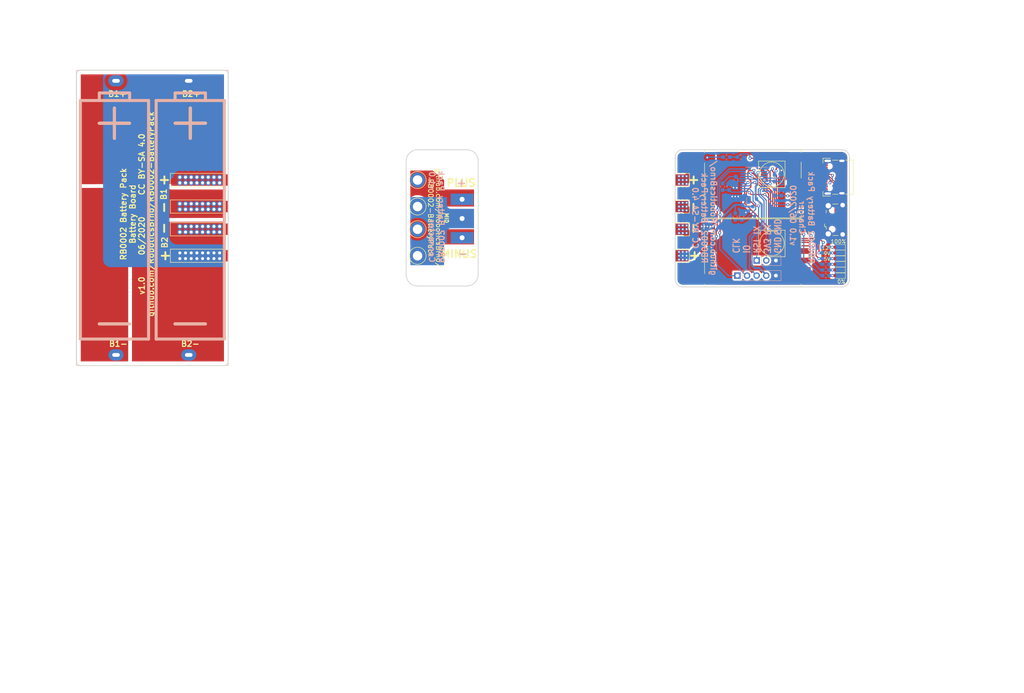
<source format=kicad_pcb>
(kicad_pcb (version 20171130) (host pcbnew 5.1.6-c6e7f7d~86~ubuntu20.04.1)
  (layers (0 F.Cu signal) (31 B.Cu signal) (34 B.Paste user) (35 F.Paste user) (36 B.SilkS user) (37 F.SilkS user) (38 B.Mask user) (39 F.Mask user) (44 Edge.Cuts user))
  (net 0 "")
  (net 1 +3V3)
  (net 2 GND)
  (net 3 VBUS)
  (net 4 "Net-(D1-Pad2)")
  (net 5 "Net-(D2-Pad2)")
  (net 6 "Net-(D3-Pad2)")
  (net 7 D+)
  (net 8 D-)
  (net 9 RST)
  (net 10 SWCLK)
  (net 11 SWDIO)
  (net 12 RX)
  (net 13 TX)
  (net 14 "Net-(J14-Pad1)")
  (net 15 "Net-(J16-Pad1)")
  (net 16 "Net-(R5-Pad1)")
  (net 17 "Net-(R6-Pad1)")
  (net 18 "Net-(R7-Pad1)")
  (net 19 /VBUS_SENSE)
  (net 20 /OUT+)
  (net 21 /MID)
  (net 22 /OUT-)
  (net 23 /BP_B2+)
  (net 24 /BP_B2-)
  (net 25 /BP_B1-)
  (net 26 /BP_B1+)
  (net 27 BAT1+)
  (net 28 "Net-(D4-Pad2)")
  (net 29 "Net-(D5-Pad2)")
  (net 30 "Net-(D6-Pad2)")
  (net 31 BAT2+)
  (net 32 BAT2_V)
  (net 33 BAT1_V)
  (net 34 "Net-(R14-Pad1)")
  (net 35 "Net-(R15-Pad1)")
  (net 36 "Net-(R16-Pad1)")
  (module batteryPack:BAT_BK-18650-PC4 (layer B.Cu) (at 50 70 270)
    (fp_text reference BT1 hide)
    (fp_text value BK-18650-PC4)
    (pad 2+ thru_hole oval (at -36.2 -9.6 270) (size 3 4) (drill oval 1 2) (layers *.Cu *.Mask) (net 23 /BP_B2+))
    (pad 2 thru_hole oval (at 36.2 -9.6 270) (size 3 4) (drill oval 1 2) (layers *.Cu *.Mask) (net 24 /BP_B2-))
    (pad 1 thru_hole oval (at 36.2 9.6 270) (size 3 4) (drill oval 1 2) (layers *.Cu *.Mask) (net 25 /BP_B1-))
    (pad 1+ thru_hole oval (at -36.2 9.6 270) (size 3 4) (drill oval 1 2) (layers *.Cu *.Mask) (net 26 /BP_B1+))
  )
  (module Package_TO_SOT_SMD:SOT-23 (layer B.Cu) (at 208.5 66 270)
    (fp_text reference U3 hide)
    (fp_text value XC6206P332MR)
    (pad 3 smd rect (at 1 0 270) (size 0.9 0.8) (layers B.Cu B.Paste B.Mask) (net 31 BAT2+))
    (pad 2 smd rect (at -1 -0.95 270) (size 0.9 0.8) (layers B.Cu B.Paste B.Mask) (net 1 +3V3))
    (pad 1 smd rect (at -1 0.95 270) (size 0.9 0.8) (layers B.Cu B.Paste B.Mask) (net 2 GND))
  )
  (module Resistor_SMD:R_0603_1608Metric_Pad1.05x0.95mm_HandSolder (layer B.Cu) (at 227.75 85.25)
    (fp_text reference R16 hide)
    (fp_text value 1k)
    (pad 2 smd roundrect (at 0.875 0) (size 1.05 0.95) (layers B.Cu B.Paste B.Mask) (net 30 "Net-(D6-Pad2)"))
    (pad 1 smd roundrect (at -0.875 0) (size 1.05 0.95) (layers B.Cu B.Paste B.Mask) (net 36 "Net-(R16-Pad1)"))
  )
  (module Resistor_SMD:R_0603_1608Metric_Pad1.05x0.95mm_HandSolder (layer B.Cu) (at 227.75 83.75)
    (fp_text reference R15 hide)
    (fp_text value 1k)
    (pad 2 smd roundrect (at 0.875 0) (size 1.05 0.95) (layers B.Cu B.Paste B.Mask) (net 29 "Net-(D5-Pad2)"))
    (pad 1 smd roundrect (at -0.875 0) (size 1.05 0.95) (layers B.Cu B.Paste B.Mask) (net 35 "Net-(R15-Pad1)"))
  )
  (module Resistor_SMD:R_0603_1608Metric_Pad1.05x0.95mm_HandSolder (layer B.Cu) (at 227.75 82.25)
    (fp_text reference R14 hide)
    (fp_text value 1k)
    (pad 2 smd roundrect (at 0.875 0) (size 1.05 0.95) (layers B.Cu B.Paste B.Mask) (net 28 "Net-(D4-Pad2)"))
    (pad 1 smd roundrect (at -0.875 0) (size 1.05 0.95) (layers B.Cu B.Paste B.Mask) (net 34 "Net-(R14-Pad1)"))
  )
  (module Resistor_SMD:R_0603_1608Metric_Pad1.05x0.95mm_HandSolder (layer B.Cu) (at 205.25 53.95)
    (fp_text reference R13 hide)
    (fp_text value 20k)
    (pad 2 smd roundrect (at 0.875 0) (size 1.05 0.95) (layers B.Cu B.Paste B.Mask) (net 2 GND))
    (pad 1 smd roundrect (at -0.875 0) (size 1.05 0.95) (layers B.Cu B.Paste B.Mask) (net 33 BAT1_V))
  )
  (module Resistor_SMD:R_0603_1608Metric_Pad1.05x0.95mm_HandSolder (layer B.Cu) (at 201.55 53.95)
    (fp_text reference R12 hide)
    (fp_text value 10k)
    (pad 2 smd roundrect (at 0.875 0) (size 1.05 0.95) (layers B.Cu B.Paste B.Mask) (net 33 BAT1_V))
    (pad 1 smd roundrect (at -0.875 0) (size 1.05 0.95) (layers B.Cu B.Paste B.Mask) (net 27 BAT1+))
  )
  (module Resistor_SMD:R_0603_1608Metric_Pad1.05x0.95mm_HandSolder (layer B.Cu) (at 205.55 69.65 90)
    (fp_text reference R11 hide)
    (fp_text value 20k)
    (pad 2 smd roundrect (at 0.875 0 90) (size 1.05 0.95) (layers B.Cu B.Paste B.Mask) (net 2 GND))
    (pad 1 smd roundrect (at -0.875 0 90) (size 1.05 0.95) (layers B.Cu B.Paste B.Mask) (net 32 BAT2_V))
  )
  (module Resistor_SMD:R_0603_1608Metric_Pad1.05x0.95mm_HandSolder (layer B.Cu) (at 203.85 69.65 270)
    (fp_text reference R10 hide)
    (fp_text value 10k)
    (pad 2 smd roundrect (at 0.875 0 270) (size 1.05 0.95) (layers B.Cu B.Paste B.Mask) (net 32 BAT2_V))
    (pad 1 smd roundrect (at -0.875 0 270) (size 1.05 0.95) (layers B.Cu B.Paste B.Mask) (net 31 BAT2+))
  )
  (module LED_SMD:LED_0603_1608Metric_Pad1.05x0.95mm_HandSolder (layer F.Cu) (at 231.25 85.25 180)
    (fp_text reference D6 hide)
    (fp_text value LED_0%)
    (pad 2 smd roundrect (at 0.875 0 180) (size 1.05 0.95) (layers F.Cu F.Paste F.Mask) (net 30 "Net-(D6-Pad2)"))
    (pad 1 smd roundrect (at -0.875 0 180) (size 1.05 0.95) (layers F.Cu F.Paste F.Mask) (net 2 GND))
  )
  (module LED_SMD:LED_0603_1608Metric_Pad1.05x0.95mm_HandSolder (layer F.Cu) (at 231.25 83.75 180)
    (fp_text reference D5 hide)
    (fp_text value LED_20%)
    (pad 2 smd roundrect (at 0.875 0 180) (size 1.05 0.95) (layers F.Cu F.Paste F.Mask) (net 29 "Net-(D5-Pad2)"))
    (pad 1 smd roundrect (at -0.875 0 180) (size 1.05 0.95) (layers F.Cu F.Paste F.Mask) (net 2 GND))
  )
  (module LED_SMD:LED_0603_1608Metric_Pad1.05x0.95mm_HandSolder (layer F.Cu) (at 231.25 82.25 180)
    (fp_text reference D4 hide)
    (fp_text value LED_40%)
    (pad 2 smd roundrect (at 0.875 0 180) (size 1.05 0.95) (layers F.Cu F.Paste F.Mask) (net 28 "Net-(D4-Pad2)"))
    (pad 1 smd roundrect (at -0.875 0 180) (size 1.05 0.95) (layers F.Cu F.Paste F.Mask) (net 2 GND))
  )
  (module batteryPack:Terminal_1x03_P5.08mm_Horizontal (layer F.Cu) (at 131.75 75.25 90)
    (fp_text reference J6 hide)
    (fp_text value CableConnector)
    (pad 1 thru_hole rect (at 0 0 90) (size 3 6) (drill 1.3) (layers *.Cu *.Mask) (net 22 /OUT-))
    (pad 2 thru_hole rect (at 5.08 0 90) (size 3 6) (drill 1.3) (layers *.Cu *.Mask) (net 21 /MID))
    (pad 3 thru_hole rect (at 10.16 0 90) (size 3 6) (drill 1.3) (layers *.Cu *.Mask) (net 20 /OUT+))
  )
  (module batteryPack:TP5100-Module (layer F.Cu) (at 208.5 79.25 180)
    (fp_text reference U4 hide)
    (fp_text value TP5100-Module)
    (pad 7 smd rect (at -10.5 0.5 180) (size 5.5 1.5) (drill (offset -2 0)) (layers F.Cu F.Paste F.Mask))
    (pad 6 smd rect (at -10.5 -4.5 180) (size 5.5 1.5) (drill (offset -2 0)) (layers F.Cu F.Paste F.Mask))
    (pad 5 smd rect (at -10.5 -2 180) (size 5.5 1.5) (drill (offset -2 0)) (layers F.Cu F.Paste F.Mask))
    (pad 4 smd rect (at 11 -7) (size 5 2) (drill (offset -1.5 0)) (layers F.Cu F.Paste F.Mask) (net 15 "Net-(J16-Pad1)"))
    (pad 3 smd rect (at 11 7) (size 5 2) (drill (offset -1.5 0)) (layers F.Cu F.Paste F.Mask) (net 31 BAT2+))
    (pad 2 smd rect (at -11 7 180) (size 5 2) (drill (offset -1.5 0)) (layers F.Cu F.Paste F.Mask) (net 3 VBUS))
    (pad 1 smd rect (at -11 -7 180) (size 5 2) (drill (offset -1.5 0)) (layers F.Cu F.Paste F.Mask) (net 2 GND))
  )
  (module batteryPack:TP5100-Module (layer F.Cu) (at 208.5 61 180)
    (fp_text reference U1 hide)
    (fp_text value TP5100-Module)
    (pad 7 smd rect (at -10.5 0.5 180) (size 5.5 1.5) (drill (offset -2 0)) (layers F.Cu F.Paste F.Mask))
    (pad 6 smd rect (at -10.5 -4.5 180) (size 5.5 1.5) (drill (offset -2 0)) (layers F.Cu F.Paste F.Mask))
    (pad 5 smd rect (at -10.5 -2 180) (size 5.5 1.5) (drill (offset -2 0)) (layers F.Cu F.Paste F.Mask))
    (pad 4 smd rect (at 11 -7) (size 5 2) (drill (offset -1.5 0)) (layers F.Cu F.Paste F.Mask) (net 14 "Net-(J14-Pad1)"))
    (pad 3 smd rect (at 11 7) (size 5 2) (drill (offset -1.5 0)) (layers F.Cu F.Paste F.Mask) (net 27 BAT1+))
    (pad 2 smd rect (at -11 7 180) (size 5 2) (drill (offset -1.5 0)) (layers F.Cu F.Paste F.Mask) (net 3 VBUS))
    (pad 1 smd rect (at -11 -7 180) (size 5 2) (drill (offset -1.5 0)) (layers F.Cu F.Paste F.Mask) (net 2 GND))
  )
  (module Package_SO:TSSOP-20_4.4x6.5mm_P0.65mm (layer B.Cu) (at 208.75 60 180)
    (fp_text reference U2 hide)
    (fp_text value STM32F030F4Px)
    (pad 20 smd roundrect (at 2.8625 2.925 180) (size 1.475 0.4) (layers B.Cu B.Paste B.Mask) (net 10 SWCLK))
    (pad 19 smd roundrect (at 2.8625 2.275 180) (size 1.475 0.4) (layers B.Cu B.Paste B.Mask) (net 11 SWDIO))
    (pad 18 smd roundrect (at 2.8625 1.625 180) (size 1.475 0.4) (layers B.Cu B.Paste B.Mask) (net 18 "Net-(R7-Pad1)"))
    (pad 17 smd roundrect (at 2.8625 0.975 180) (size 1.475 0.4) (layers B.Cu B.Paste B.Mask) (net 17 "Net-(R6-Pad1)"))
    (pad 16 smd roundrect (at 2.8625 0.325 180) (size 1.475 0.4) (layers B.Cu B.Paste B.Mask) (net 1 +3V3))
    (pad 15 smd roundrect (at 2.8625 -0.325 180) (size 1.475 0.4) (layers B.Cu B.Paste B.Mask) (net 2 GND))
    (pad 14 smd roundrect (at 2.8625 -0.975 180) (size 1.475 0.4) (layers B.Cu B.Paste B.Mask) (net 34 "Net-(R14-Pad1)"))
    (pad 13 smd roundrect (at 2.8625 -1.625 180) (size 1.475 0.4) (layers B.Cu B.Paste B.Mask) (net 16 "Net-(R5-Pad1)"))
    (pad 12 smd roundrect (at 2.8625 -2.275 180) (size 1.475 0.4) (layers B.Cu B.Paste B.Mask) (net 32 BAT2_V))
    (pad 11 smd roundrect (at 2.8625 -2.925 180) (size 1.475 0.4) (layers B.Cu B.Paste B.Mask) (net 8 D-))
    (pad 10 smd roundrect (at -2.8625 -2.925 180) (size 1.475 0.4) (layers B.Cu B.Paste B.Mask) (net 7 D+))
    (pad 9 smd roundrect (at -2.8625 -2.275 180) (size 1.475 0.4) (layers B.Cu B.Paste B.Mask) (net 12 RX))
    (pad 8 smd roundrect (at -2.8625 -1.625 180) (size 1.475 0.4) (layers B.Cu B.Paste B.Mask) (net 13 TX))
    (pad 7 smd roundrect (at -2.8625 -0.975 180) (size 1.475 0.4) (layers B.Cu B.Paste B.Mask) (net 33 BAT1_V))
    (pad 6 smd roundrect (at -2.8625 -0.325 180) (size 1.475 0.4) (layers B.Cu B.Paste B.Mask) (net 19 /VBUS_SENSE))
    (pad 5 smd roundrect (at -2.8625 0.325 180) (size 1.475 0.4) (layers B.Cu B.Paste B.Mask) (net 1 +3V3))
    (pad 4 smd roundrect (at -2.8625 0.975 180) (size 1.475 0.4) (layers B.Cu B.Paste B.Mask) (net 9 RST))
    (pad 3 smd roundrect (at -2.8625 1.625 180) (size 1.475 0.4) (layers B.Cu B.Paste B.Mask) (net 35 "Net-(R15-Pad1)"))
    (pad 2 smd roundrect (at -2.8625 2.275 180) (size 1.475 0.4) (layers B.Cu B.Paste B.Mask) (net 36 "Net-(R16-Pad1)"))
    (pad 1 smd roundrect (at -2.8625 2.925 180) (size 1.475 0.4) (layers B.Cu B.Paste B.Mask) (net 2 GND))
  )
  (module Resistor_SMD:R_0603_1608Metric_Pad1.05x0.95mm_HandSolder (layer B.Cu) (at 216 59.5 90)
    (fp_text reference R9 hide)
    (fp_text value 10k)
    (pad 2 smd roundrect (at 0.875 0 90) (size 1.05 0.95) (layers B.Cu B.Paste B.Mask) (net 2 GND))
    (pad 1 smd roundrect (at -0.875 0 90) (size 1.05 0.95) (layers B.Cu B.Paste B.Mask) (net 19 /VBUS_SENSE))
  )
  (module Resistor_SMD:R_0603_1608Metric_Pad1.05x0.95mm_HandSolder (layer B.Cu) (at 214.25 59.5 270)
    (fp_text reference R8 hide)
    (fp_text value 62k)
    (pad 2 smd roundrect (at 0.875 0 270) (size 1.05 0.95) (layers B.Cu B.Paste B.Mask) (net 19 /VBUS_SENSE))
    (pad 1 smd roundrect (at -0.875 0 270) (size 1.05 0.95) (layers B.Cu B.Paste B.Mask) (net 3 VBUS))
  )
  (module Resistor_SMD:R_0603_1608Metric_Pad1.05x0.95mm_HandSolder (layer B.Cu) (at 227.75 77.75)
    (fp_text reference R7 hide)
    (fp_text value 1k)
    (pad 2 smd roundrect (at 0.875 0) (size 1.05 0.95) (layers B.Cu B.Paste B.Mask) (net 6 "Net-(D3-Pad2)"))
    (pad 1 smd roundrect (at -0.875 0) (size 1.05 0.95) (layers B.Cu B.Paste B.Mask) (net 18 "Net-(R7-Pad1)"))
  )
  (module Resistor_SMD:R_0603_1608Metric_Pad1.05x0.95mm_HandSolder (layer B.Cu) (at 227.75 79.25)
    (fp_text reference R6 hide)
    (fp_text value 1k)
    (pad 2 smd roundrect (at 0.875 0) (size 1.05 0.95) (layers B.Cu B.Paste B.Mask) (net 5 "Net-(D2-Pad2)"))
    (pad 1 smd roundrect (at -0.875 0) (size 1.05 0.95) (layers B.Cu B.Paste B.Mask) (net 17 "Net-(R6-Pad1)"))
  )
  (module Resistor_SMD:R_0603_1608Metric_Pad1.05x0.95mm_HandSolder (layer B.Cu) (at 227.75 80.75)
    (fp_text reference R5 hide)
    (fp_text value 1k)
    (pad 2 smd roundrect (at 0.875 0) (size 1.05 0.95) (layers B.Cu B.Paste B.Mask) (net 4 "Net-(D1-Pad2)"))
    (pad 1 smd roundrect (at -0.875 0) (size 1.05 0.95) (layers B.Cu B.Paste B.Mask) (net 16 "Net-(R5-Pad1)"))
  )
  (module Resistor_SMD:R_0603_1608Metric_Pad1.05x0.95mm_HandSolder (layer B.Cu) (at 216 63.25 90)
    (fp_text reference R4 hide)
    (fp_text value 2k4)
    (pad 2 smd roundrect (at 0.875 0 90) (size 1.05 0.95) (layers B.Cu B.Paste B.Mask) (net 2 GND))
    (pad 1 smd roundrect (at -0.875 0 90) (size 1.05 0.95) (layers B.Cu B.Paste B.Mask) (net 7 D+))
  )
  (module Resistor_SMD:R_0603_1608Metric_Pad1.05x0.95mm_HandSolder (layer B.Cu) (at 214.25 63.25 270)
    (fp_text reference R3 hide)
    (fp_text value 10k)
    (pad 2 smd roundrect (at 0.875 0 270) (size 1.05 0.95) (layers B.Cu B.Paste B.Mask) (net 7 D+))
    (pad 1 smd roundrect (at -0.875 0 270) (size 1.05 0.95) (layers B.Cu B.Paste B.Mask) (net 1 +3V3))
  )
  (module Resistor_SMD:R_0603_1608Metric_Pad1.05x0.95mm_HandSolder (layer B.Cu) (at 202.25 61.75 90)
    (fp_text reference R2 hide)
    (fp_text value 2k4)
    (pad 2 smd roundrect (at 0.875 0 90) (size 1.05 0.95) (layers B.Cu B.Paste B.Mask) (net 2 GND))
    (pad 1 smd roundrect (at -0.875 0 90) (size 1.05 0.95) (layers B.Cu B.Paste B.Mask) (net 8 D-))
  )
  (module Resistor_SMD:R_0603_1608Metric_Pad1.05x0.95mm_HandSolder (layer B.Cu) (at 200.5 61.75 270)
    (fp_text reference R1 hide)
    (fp_text value 10k)
    (pad 2 smd roundrect (at 0.875 0 270) (size 1.05 0.95) (layers B.Cu B.Paste B.Mask) (net 8 D-))
    (pad 1 smd roundrect (at -0.875 0 270) (size 1.05 0.95) (layers B.Cu B.Paste B.Mask) (net 1 +3V3))
  )
  (module batteryPack:USB_C_Female-16Pin-HPJF (layer F.Cu) (at 227.25 59.25 90)
    (fp_text reference P1 hide)
    (fp_text value USB-C)
    (pad A12 smd rect (at 3.35 0 90) (size 0.3 2) (layers F.Cu F.Paste F.Mask) (net 2 GND))
    (pad B1 smd rect (at 3.05 0 90) (size 0.3 2) (layers F.Cu F.Paste F.Mask) (net 2 GND))
    (pad A9 smd rect (at 2.55 0 90) (size 0.3 2) (layers F.Cu F.Paste F.Mask) (net 3 VBUS))
    (pad B4 smd rect (at 2.25 0 90) (size 0.3 2) (layers F.Cu F.Paste F.Mask) (net 3 VBUS))
    (pad B9 smd rect (at -2.25 0 90) (size 0.3 2) (layers F.Cu F.Paste F.Mask) (net 3 VBUS))
    (pad A4 smd rect (at -2.55 0 90) (size 0.3 2) (layers F.Cu F.Paste F.Mask) (net 3 VBUS))
    (pad B12 smd rect (at -3.05 0 90) (size 0.3 2) (layers F.Cu F.Paste F.Mask) (net 2 GND))
    (pad A1 smd rect (at -3.35 0 90) (size 0.3 2) (layers F.Cu F.Paste F.Mask) (net 2 GND))
    (pad "" np_thru_hole circle (at 2.89 1.5 180) (size 0.7 0.7) (drill 0.7) (layers *.Cu *.Mask))
    (pad "" np_thru_hole circle (at -2.89 1.5 180) (size 0.7 0.7) (drill 0.7) (layers *.Cu *.Mask))
    (pad S1 thru_hole oval (at 4.32 4.75 90) (size 1 1.8) (drill oval 0.6 1.4) (layers *.Cu *.Mask) (net 2 GND))
    (pad S1 thru_hole oval (at -4.25 4.75 90) (size 1 1.8) (drill oval 0.6 1.4) (layers *.Cu *.Mask) (net 2 GND))
    (pad S1 thru_hole oval (at 4.32 1 90) (size 1 2.1) (drill oval 0.6 1.7) (layers *.Cu *.Mask) (net 2 GND))
    (pad S1 thru_hole oval (at -4.32 1 90) (size 1 2.1) (drill oval 0.6 1.7) (layers *.Cu *.Mask) (net 2 GND))
    (pad B5 smd rect (at 1.75 0 90) (size 0.3 2) (layers F.Cu F.Paste F.Mask))
    (pad B8 smd rect (at -1.75 0 90) (size 0.3 2) (layers F.Cu F.Paste F.Mask))
    (pad A8 smd rect (at 1.25 0 90) (size 0.3 2) (layers F.Cu F.Paste F.Mask))
    (pad A5 smd rect (at -1.25 0 90) (size 0.3 2) (layers F.Cu F.Paste F.Mask))
    (pad B6 smd rect (at 0.75 0 90) (size 0.3 2) (layers F.Cu F.Paste F.Mask) (net 7 D+))
    (pad B7 smd rect (at -0.75 0 90) (size 0.3 2) (layers F.Cu F.Paste F.Mask) (net 8 D-))
    (pad A7 smd rect (at 0.25 0 90) (size 0.3 2) (layers F.Cu F.Paste F.Mask) (net 8 D-))
    (pad A6 smd rect (at -0.25 0 90) (size 0.3 2) (layers F.Cu F.Paste F.Mask) (net 7 D+))
  )
  (module batteryPack:2mm_Banana-Plug (layer F.Cu) (at 188 73 90)
    (fp_text reference J16 hide)
    (fp_text value B2-)
    (pad 1 smd rect (at 0 1.75 90) (size 3 3.5) (layers F.Cu F.Paste F.Mask) (net 15 "Net-(J16-Pad1)"))
  )
  (module batteryPack:2mm_Banana-Plug (layer F.Cu) (at 188 80 90)
    (fp_text reference J15 hide)
    (fp_text value B2+)
    (pad 1 smd rect (at 0 1.75 90) (size 3 3.5) (layers F.Cu F.Paste F.Mask) (net 31 BAT2+))
  )
  (module batteryPack:2mm_Banana-Plug (layer F.Cu) (at 188 67 90)
    (fp_text reference J14 hide)
    (fp_text value B1-)
    (pad 1 smd rect (at 0 1.75 90) (size 3 3.5) (layers F.Cu F.Paste F.Mask) (net 14 "Net-(J14-Pad1)"))
  )
  (module batteryPack:2mm_Banana-Plug (layer F.Cu) (at 188 60 90)
    (fp_text reference J13 hide)
    (fp_text value B1+)
    (pad 1 smd rect (at 0 1.75 90) (size 3 3.5) (layers F.Cu F.Paste F.Mask) (net 27 BAT1+))
  )
  (module batteryPack:2mm_Banana-Socket (layer F.Cu) (at 70 73 270)
    (fp_text reference J12 hide)
    (fp_text value B2-)
    (pad 1 smd rect (at 0 7.5 270) (size 3 15) (layers F.Cu F.Paste F.Mask) (net 24 /BP_B2-))
  )
  (module batteryPack:2mm_Banana-Socket (layer F.Cu) (at 70 67 270)
    (fp_text reference J11 hide)
    (fp_text value B1-)
    (pad 1 smd rect (at 0 7.5 270) (size 3 15) (layers F.Cu F.Paste F.Mask) (net 25 /BP_B1-))
  )
  (module batteryPack:2mm_Banana-Socket (layer F.Cu) (at 70 60 270)
    (fp_text reference J10 hide)
    (fp_text value B1+)
    (pad 1 smd rect (at 0 7.5 270) (size 3 15) (layers F.Cu F.Paste F.Mask) (net 26 /BP_B1+))
  )
  (module batteryPack:2mm_Banana-Socket (layer F.Cu) (at 70 80 270)
    (fp_text reference J9 hide)
    (fp_text value B2+)
    (pad 1 smd rect (at 0 7.5 270) (size 3 15) (layers F.Cu F.Paste F.Mask) (net 23 /BP_B2+))
  )
  (module Connector_PinHeader_2.54mm:PinHeader_1x03_P2.54mm_Vertical (layer B.Cu) (at 209.5 81.25 270)
    (fp_text reference J8 hide)
    (fp_text value UART)
    (pad 3 thru_hole oval (at 0 -5.08 270) (size 1.7 1.7) (drill 1) (layers *.Cu *.Mask) (net 2 GND))
    (pad 2 thru_hole oval (at 0 -2.54 270) (size 1.7 1.7) (drill 1) (layers *.Cu *.Mask) (net 12 RX))
    (pad 1 thru_hole rect (at 0 0 270) (size 1.7 1.7) (drill 1) (layers *.Cu *.Mask) (net 13 TX))
  )
  (module Connector_PinHeader_2.54mm:PinHeader_1x05_P2.54mm_Vertical (layer B.Cu) (at 204.42 85.25 270)
    (fp_text reference J7 hide)
    (fp_text value SWD)
    (pad 5 thru_hole oval (at 0 -10.16 270) (size 1.7 1.7) (drill 1) (layers *.Cu *.Mask) (net 2 GND))
    (pad 4 thru_hole oval (at 0 -7.62 270) (size 1.7 1.7) (drill 1) (layers *.Cu *.Mask) (net 1 +3V3))
    (pad 3 thru_hole oval (at 0 -5.08 270) (size 1.7 1.7) (drill 1) (layers *.Cu *.Mask) (net 9 RST))
    (pad 2 thru_hole oval (at 0 -2.54 270) (size 1.7 1.7) (drill 1) (layers *.Cu *.Mask) (net 11 SWDIO))
    (pad 1 thru_hole rect (at 0 0 270) (size 1.7 1.7) (drill 1) (layers *.Cu *.Mask) (net 10 SWCLK))
  )
  (module batteryPack:2mm_Banana-Vertical (layer F.Cu) (at 120 80)
    (fp_text reference J5 hide)
    (fp_text value B2+)
    (pad 1 thru_hole circle (at 0 0) (size 4 4) (drill 2.5) (layers *.Cu *.Mask) (net 21 /MID))
  )
  (module batteryPack:2mm_Banana-Vertical (layer F.Cu) (at 120 73)
    (fp_text reference J4 hide)
    (fp_text value B2-)
    (pad 1 thru_hole circle (at 0 0) (size 4 4) (drill 2.5) (layers *.Cu *.Mask) (net 22 /OUT-))
  )
  (module batteryPack:2mm_Banana-Vertical (layer F.Cu) (at 120 67)
    (fp_text reference J3 hide)
    (fp_text value B1-)
    (pad 1 thru_hole circle (at 0 0) (size 4 4) (drill 2.5) (layers *.Cu *.Mask) (net 21 /MID))
  )
  (module batteryPack:2mm_Banana-Vertical (layer F.Cu) (at 120 60)
    (fp_text reference J2 hide)
    (fp_text value B1+)
    (pad 1 thru_hole circle (at 0 0) (size 4 4) (drill 2.5) (layers *.Cu *.Mask) (net 20 /OUT+))
  )
  (module Connector_USB:USB_Micro-B_Wuerth_629105150521_CircularHoles (layer F.Cu) (at 230.25 70.5 90)
    (fp_text reference J1 hide)
    (fp_text value "Mirco USB")
    (pad "" np_thru_hole circle (at 2.5 -0.8 90) (size 0.8 0.8) (drill 0.8) (layers *.Cu *.Mask))
    (pad "" np_thru_hole circle (at -2.5 -0.8 90) (size 0.8 0.8) (drill 0.8) (layers *.Cu *.Mask))
    (pad 6 thru_hole circle (at 3.875 1.95 90) (size 1.8 1.8) (drill 1.2) (layers *.Cu *.Mask) (net 2 GND))
    (pad 6 thru_hole circle (at -3.875 1.95 90) (size 1.8 1.8) (drill 1.2) (layers *.Cu *.Mask) (net 2 GND))
    (pad 6 thru_hole circle (at 3.725 -1.85 90) (size 2 2) (drill 1.4) (layers *.Cu *.Mask) (net 2 GND))
    (pad 6 thru_hole circle (at -3.725 -1.85 90) (size 2 2) (drill 1.4) (layers *.Cu *.Mask) (net 2 GND))
    (pad 5 smd rect (at 1.3 -1.9 90) (size 0.45 1.3) (layers F.Cu F.Paste F.Mask) (net 2 GND))
    (pad 4 smd rect (at 0.65 -1.9 90) (size 0.45 1.3) (layers F.Cu F.Paste F.Mask))
    (pad 3 smd rect (at 0 -1.9 90) (size 0.45 1.3) (layers F.Cu F.Paste F.Mask) (net 7 D+))
    (pad 2 smd rect (at -0.65 -1.9 90) (size 0.45 1.3) (layers F.Cu F.Paste F.Mask) (net 8 D-))
    (pad 1 smd rect (at -1.3 -1.9 90) (size 0.45 1.3) (layers F.Cu F.Paste F.Mask) (net 3 VBUS))
  )
  (module MountingHole:MountingHole_3.2mm_M3 (layer F.Cu) (at 129 84)
    (fp_text reference H2 hide)
    (fp_text value MountingHole)
    (pad 1 np_thru_hole circle (at 0 0) (size 3.2 3.2) (drill 3.2) (layers *.Cu *.Mask))
  )
  (module MountingHole:MountingHole_3.2mm_M3 (layer F.Cu) (at 129 56)
    (fp_text reference H1 hide)
    (fp_text value MountingHole)
    (pad 1 np_thru_hole circle (at 0 0) (size 3.2 3.2) (drill 3.2) (layers *.Cu *.Mask))
  )
  (module LED_SMD:LED_0603_1608Metric_Pad1.05x0.95mm_HandSolder (layer F.Cu) (at 231.25 77.75 180)
    (fp_text reference D3 hide)
    (fp_text value LED_12V)
    (pad 1 smd roundrect (at -0.875 0 180) (size 1.05 0.95) (layers F.Cu F.Paste F.Mask) (net 2 GND))
    (pad 2 smd roundrect (at 0.875 0 180) (size 1.05 0.95) (layers F.Cu F.Paste F.Mask) (net 6 "Net-(D3-Pad2)"))
  )
  (module LED_SMD:LED_0603_1608Metric_Pad1.05x0.95mm_HandSolder (layer F.Cu) (at 231.25 79.25 180)
    (fp_text reference D2 hide)
    (fp_text value LED_9V)
    (pad 1 smd roundrect (at -0.875 0 180) (size 1.05 0.95) (layers F.Cu F.Paste F.Mask) (net 2 GND))
    (pad 2 smd roundrect (at 0.875 0 180) (size 1.05 0.95) (layers F.Cu F.Paste F.Mask) (net 5 "Net-(D2-Pad2)"))
  )
  (module LED_SMD:LED_0603_1608Metric_Pad1.05x0.95mm_HandSolder (layer F.Cu) (at 231.25 80.75 180)
    (fp_text reference D1 hide)
    (fp_text value LED_5V)
    (pad 1 smd roundrect (at -0.875 0 180) (size 1.05 0.95) (layers F.Cu F.Paste F.Mask) (net 2 GND))
    (pad 2 smd roundrect (at 0.875 0 180) (size 1.05 0.95) (layers F.Cu F.Paste F.Mask) (net 4 "Net-(D1-Pad2)"))
  )
  (module Capacitor_SMD:C_0603_1608Metric_Pad1.05x0.95mm_HandSolder (layer B.Cu) (at 205.75 65.75 270)
    (fp_text reference C2 hide)
    (fp_text value 470n)
    (pad 2 smd roundrect (at 0.875 0 270) (size 1.05 0.95) (layers B.Cu B.Paste B.Mask) (net 31 BAT2+))
    (pad 1 smd roundrect (at -0.875 0 270) (size 1.05 0.95) (layers B.Cu B.Paste B.Mask) (net 2 GND))
  )
  (module Capacitor_SMD:C_0603_1608Metric_Pad1.05x0.95mm_HandSolder (layer B.Cu) (at 204 60 90)
    (fp_text reference C1 hide)
    (fp_text value 470n)
    (pad 2 smd roundrect (at 0.875 0 90) (size 1.05 0.95) (layers B.Cu B.Paste B.Mask) (net 1 +3V3))
    (pad 1 smd roundrect (at -0.875 0 90) (size 1.05 0.95) (layers B.Cu B.Paste B.Mask) (net 2 GND))
  )
  (gr_line (start 36 98) (end 44 98) (layer F.SilkS) (width 0.8))
  (gr_line (start 55.975 98) (end 63.975 98) (layer F.SilkS) (width 0.8))
  (gr_line (start 56.025 44.975) (end 64.025 44.975) (layer F.SilkS) (width 0.8))
  (gr_line (start 60.025 48.975) (end 60.025 40.975) (layer F.SilkS) (width 0.8))
  (gr_line (start 39.975 49) (end 39.975 41) (layer F.SilkS) (width 0.8))
  (gr_line (start 35.975 45) (end 43.975 45) (layer F.SilkS) (width 0.8))
  (gr_text MID (at 127.637 70.037 270) (layer F.SilkS) (effects (font (size 1 1) (thickness 0.25))))
  (gr_text - (at 131.955 79.435) (layer B.SilkS) (effects (font (size 2 2) (thickness 0.4)) (justify mirror)))
  (gr_text + (at 131.574 60.766) (layer B.SilkS) (effects (font (size 2 2) (thickness 0.4)) (justify mirror)))
  (gr_text "RB0002 Battery Pack\nCharger\n v1.0 06/2020" (at 221.49 69.91 270) (layer B.SilkS) (effects (font (size 1.5 1.5) (thickness 0.3)) (justify mirror)))
  (gr_text + (at 192.95 80 90) (layer F.SilkS) (effects (font (size 2.5 2.5) (thickness 0.5))))
  (gr_text + (at 192.7 60 90) (layer F.SilkS) (effects (font (size 2.5 2.5) (thickness 0.5))))
  (gr_text _ (at 191.45 72.75 90) (layer F.SilkS) (effects (font (size 2.5 2.5) (thickness 0.5))))
  (gr_text _ (at 191.45 67.25 90) (layer F.SilkS) (effects (font (size 2.5 2.5) (thickness 0.5))))
  (gr_text 0% (at 231.85 86.85) (layer F.SilkS) (effects (font (size 1 1))))
  (gr_text 100% (at 231.05 76.25) (layer F.SilkS) (effects (font (size 1 1))))
  (gr_text "12V\n9V\n5V\n" (at 228.05 79.45) (layer F.SilkS) (effects (font (size 0.9 1))))
  (gr_line (start 31 109) (end 69 109) (layer Edge.Cuts) (width 0.2))
  (gr_line (start 69 31) (end 31 31) (layer Edge.Cuts) (width 0.2))
  (gr_line (start 30 32) (end 30 108) (layer Edge.Cuts) (width 0.2))
  (gr_text "github.com/RoboticsBrno/\nRB0002-BatteryPack" (at 124.5 70 270) (layer F.SilkS) (effects (font (size 1.3 1.3) (thickness 0.2))))
  (gr_text "RB0002 Battery Pack\nConnector       v1.0" (at 125 69.75 270) (layer B.SilkS) (effects (font (size 1.5 1.5) (thickness 0.3)) (justify mirror)))
  (gr_arc (start 232 86.25) (end 232 88.25) (angle -90) (layer Edge.Cuts) (width 0.2))
  (gr_arc (start 190 86.25) (end 188 86.25) (angle -90) (layer Edge.Cuts) (width 0.2))
  (gr_arc (start 190 54) (end 190 52) (angle -90) (layer Edge.Cuts) (width 0.2))
  (gr_arc (start 232 54) (end 234 54) (angle -90) (layer Edge.Cuts) (width 0.2))
  (gr_text "github.com/RoboticsBrno/\nRB0002-BatteryPack\nCC BY-SA 4.0" (at 195.709 70.037 270) (layer B.SilkS) (effects (font (size 1.5 1.5) (thickness 0.3)) (justify mirror)))
  (gr_text "GND\nRX\nTX" (at 212.25 74.75 270) (layer B.SilkS) (effects (font (size 1.7 1.4) (thickness 0.3)) (justify left mirror)))
  (gr_text "GND\n3V3\nRST\nIO\nCLK" (at 209.5 79.5 270) (layer B.SilkS) (effects (font (size 1.7 1.4) (thickness 0.3)) (justify left mirror)))
  (gr_arc (start 69 32) (end 70 32) (angle -90) (layer Edge.Cuts) (width 0.2))
  (gr_arc (start 31 32) (end 31 31) (angle -90) (layer Edge.Cuts) (width 0.2))
  (gr_arc (start 31 108) (end 30 108) (angle -90) (layer Edge.Cuts) (width 0.2))
  (gr_arc (start 69 108) (end 69 109) (angle -90) (layer Edge.Cuts) (width 0.2))
  (gr_text "RB0002 Battery Pack\nBattery Board\nv1.0     06/2020     CC BY-SA 4.0\ngithub.com/RoboticsBrno/RB0002-BatteryPack" (at 46 69 90) (layer F.SilkS) (effects (font (size 1.5 1.5) (thickness 0.3))))
  (gr_line (start 36 39) (end 36 37) (layer B.SilkS) (width 0.8))
  (gr_line (start 44 37) (end 44 39) (layer B.SilkS) (width 0.8))
  (gr_line (start 36 98) (end 44 98) (layer B.SilkS) (width 0.8))
  (gr_line (start 49 102) (end 31 102) (layer B.SilkS) (width 0.8))
  (gr_line (start 49 39) (end 49 102) (layer B.SilkS) (width 0.8))
  (gr_line (start 31 102) (end 31 39) (layer B.SilkS) (width 0.8))
  (gr_line (start 36 37) (end 44 37) (layer B.SilkS) (width 0.8))
  (gr_line (start 31 39) (end 49 39) (layer B.SilkS) (width 0.8))
  (gr_line (start 40 41) (end 40 49) (layer B.SilkS) (width 0.8))
  (gr_line (start 36 45) (end 44 45) (layer B.SilkS) (width 0.8))
  (gr_line (start 56 98) (end 64 98) (layer B.SilkS) (width 0.8))
  (gr_line (start 51 39) (end 69 39) (layer B.SilkS) (width 0.8))
  (gr_line (start 69 102) (end 51 102) (layer B.SilkS) (width 0.8))
  (gr_line (start 51 102) (end 51 39) (layer B.SilkS) (width 0.8))
  (gr_line (start 56 39) (end 56 37) (layer B.SilkS) (width 0.8))
  (gr_line (start 56 37) (end 64 37) (layer B.SilkS) (width 0.8))
  (gr_line (start 60 41) (end 60 49) (layer B.SilkS) (width 0.8))
  (gr_line (start 64 37) (end 64 39) (layer B.SilkS) (width 0.8))
  (gr_line (start 56 45) (end 64 45) (layer B.SilkS) (width 0.8))
  (gr_line (start 69 39) (end 69 102) (layer B.SilkS) (width 0.8))
  (gr_text B1- (at 41 103.25) (layer F.SilkS) (effects (font (size 1.5 1.5) (thickness 0.3))))
  (gr_text B2- (at 60 103.25) (layer F.SilkS) (effects (font (size 1.5 1.5) (thickness 0.3))))
  (gr_text B2+ (at 60.25 37.25) (layer F.SilkS) (effects (font (size 1.5 1.5) (thickness 0.3))))
  (gr_text B1+ (at 40.75 37.25) (layer F.SilkS) (effects (font (size 1.5 1.5) (thickness 0.3))))
  (gr_text B1 (at 53 63.75 90) (layer F.SilkS) (effects (font (size 1.5 1.5) (thickness 0.3))))
  (gr_text B2 (at 53.25 76.5 90) (layer F.SilkS) (effects (font (size 1.5 1.5) (thickness 0.3))))
  (gr_text + (at 53.25 80 90) (layer F.SilkS) (effects (font (size 2.5 2.5) (thickness 0.5))))
  (gr_text _ (at 51.75 72.75 90) (layer F.SilkS) (effects (font (size 2.5 2.5) (thickness 0.5))))
  (gr_text _ (at 51.75 67.25 90) (layer F.SilkS) (effects (font (size 2.5 2.5) (thickness 0.5))))
  (gr_text + (at 53 60 90) (layer F.SilkS) (effects (font (size 2.5 2.5) (thickness 0.5))))
  (gr_arc (start 120 55) (end 120 52) (angle -90) (layer Edge.Cuts) (width 0.2))
  (gr_arc (start 120 85) (end 117 85) (angle -90) (layer Edge.Cuts) (width 0.2))
  (gr_arc (start 133 85) (end 133 88) (angle -90) (layer Edge.Cuts) (width 0.2))
  (gr_arc (start 133 55) (end 136 55) (angle -90) (layer Edge.Cuts) (width 0.2))
  (gr_text MINUS (at 131 79.5) (layer F.SilkS) (effects (font (size 2 2) (thickness 0.4))))
  (gr_text PLUS (at 131.5 60.75) (layer F.SilkS) (effects (font (size 2 2) (thickness 0.4))))
  (gr_line (start 70 32) (end 70 108) (layer Edge.Cuts) (width 0.2))
  (gr_line (start 120 52) (end 133 52) (layer Edge.Cuts) (width 0.2))
  (gr_line (start 117 85) (end 117 55) (layer Edge.Cuts) (width 0.2))
  (gr_line (start 133 88) (end 120 88) (layer Edge.Cuts) (width 0.2))
  (gr_line (start 136 55) (end 136 85) (layer Edge.Cuts) (width 0.2))
  (gr_line (start 232 88.25) (end 190 88.25) (layer Edge.Cuts) (width 0.2))
  (gr_line (start 234 54) (end 234 86.25) (layer Edge.Cuts) (width 0.2))
  (gr_line (start 190 52) (end 232 52) (layer Edge.Cuts) (width 0.2))
  (gr_line (start 188 86.25) (end 188 54) (layer Edge.Cuts) (width 0.2))
  (segment (start 204.55 59.675) (end 205.8875 59.675) (width 0.3) (layer B.Cu) (net 1))
  (segment (start 204 59.125) (end 204.55 59.675) (width 0.3) (layer B.Cu) (net 1))
  (segment (start 202.25 59.125) (end 204 59.125) (width 0.3) (layer B.Cu) (net 1))
  (segment (start 200.5 60.875) (end 202.25 59.125) (width 0.3) (layer B.Cu) (net 1))
  (segment (start 215.37499 61.25001) (end 214.749072 61.875928) (width 0.3) (layer B.Cu) (net 1))
  (segment (start 216.49999 61.25001) (end 215.37499 61.25001) (width 0.3) (layer B.Cu) (net 1))
  (segment (start 216.82501 60.92499) (end 216.49999 61.25001) (width 0.3) (layer B.Cu) (net 1))
  (segment (start 211.6125 59.675) (end 212.45 59.675) (width 0.3) (layer B.Cu) (net 1))
  (segment (start 212.625 59.5) (end 216.5 59.5) (width 0.3) (layer B.Cu) (net 1))
  (segment (start 216.82501 59.82501) (end 216.82501 60.92499) (width 0.3) (layer B.Cu) (net 1))
  (segment (start 214.749072 61.875928) (end 214.25 62.375) (width 0.3) (layer B.Cu) (net 1))
  (segment (start 212.45 59.675) (end 212.625 59.5) (width 0.3) (layer B.Cu) (net 1))
  (segment (start 216.5 59.5) (end 216.82501 59.82501) (width 0.3) (layer B.Cu) (net 1))
  (segment (start 210.562355 59.709411) (end 211.675 59.675) (width 0.25) (layer B.Cu) (net 1))
  (segment (start 209.290589 59.709411) (end 210.562355 59.709411) (width 0.25) (layer B.Cu) (net 1))
  (segment (start 209.25 59.75) (end 209.290589 59.709411) (width 0.25) (layer B.Cu) (net 1))
  (segment (start 209.249979 61.685047) (end 209.849507 61.085519) (width 0.5) (layer B.Cu) (net 1))
  (segment (start 209.301458 59.75) (end 209.25 59.75) (width 0.5) (layer B.Cu) (net 1))
  (segment (start 209.849507 60.298049) (end 209.301458 59.75) (width 0.5) (layer B.Cu) (net 1))
  (segment (start 209.849507 61.085519) (end 209.849507 60.298049) (width 0.5) (layer B.Cu) (net 1))
  (segment (start 209.249979 64.799979) (end 209.249979 61.685047) (width 0.5) (layer B.Cu) (net 1))
  (segment (start 209.45 65) (end 209.249979 64.799979) (width 0.5) (layer B.Cu) (net 1))
  (segment (start 205.8875 59.675) (end 207.76082 59.675) (width 0.25) (layer B.Cu) (net 1))
  (segment (start 207.947625 59.861805) (end 209.138195 59.861805) (width 0.25) (layer B.Cu) (net 1))
  (segment (start 207.76082 59.675) (end 207.947625 59.861805) (width 0.25) (layer B.Cu) (net 1))
  (segment (start 209.138195 59.861805) (end 209.25 59.75) (width 0.25) (layer B.Cu) (net 1))
  (segment (start 209.45 65.05) (end 209.45 65) (width 0.5) (layer B.Cu) (net 1))
  (segment (start 210.850012 72.599988) (end 210.850012 66.450012) (width 0.5) (layer B.Cu) (net 1))
  (segment (start 208.989998 83.25) (end 208.199999 82.460001) (width 0.5) (layer B.Cu) (net 1))
  (segment (start 210.850012 66.450012) (end 209.45 65.05) (width 0.5) (layer B.Cu) (net 1))
  (segment (start 210.25 83.25) (end 208.989998 83.25) (width 0.5) (layer B.Cu) (net 1))
  (segment (start 208.199999 75.250001) (end 210.850012 72.599988) (width 0.5) (layer B.Cu) (net 1))
  (segment (start 208.199999 82.460001) (end 208.199999 75.250001) (width 0.5) (layer B.Cu) (net 1))
  (segment (start 212 85) (end 210.25 83.25) (width 0.5) (layer B.Cu) (net 1))
  (segment (start 212 85.25) (end 212 85) (width 0.5) (layer B.Cu) (net 1))
  (via (at 221.75 68.5) (size 0.8) (drill 0.4) (layers F.Cu B.Cu) (net 2))
  (segment (start 204.55 60.325) (end 204 60.875) (width 0.3) (layer B.Cu) (net 2))
  (segment (start 205.8875 60.325) (end 204.55 60.325) (width 0.3) (layer B.Cu) (net 2))
  (segment (start 202.25 60.875) (end 204 60.875) (width 0.3) (layer B.Cu) (net 2))
  (segment (start 216 62.375) (end 217.71728 62.375) (width 0.3) (layer B.Cu) (net 2))
  (segment (start 217.71728 62.375) (end 218.09228 62) (width 0.3) (layer B.Cu) (net 2))
  (via (at 219.75 67.5) (size 0.8) (drill 0.4) (layers F.Cu B.Cu) (net 2))
  (via (at 219.75 68.5) (size 0.8) (drill 0.4) (layers F.Cu B.Cu) (net 2))
  (via (at 220.75 67.5) (size 0.8) (drill 0.4) (layers F.Cu B.Cu) (net 2))
  (via (at 220.75 68.5) (size 0.8) (drill 0.4) (layers F.Cu B.Cu) (net 2))
  (via (at 221.75 67.5) (size 0.8) (drill 0.4) (layers F.Cu B.Cu) (net 2))
  (segment (start 228.35 66.825) (end 228.4 66.775) (width 0.25) (layer F.Cu) (net 2))
  (segment (start 228.35 69.2) (end 228.35 66.825) (width 0.25) (layer F.Cu) (net 2))
  (segment (start 227.25 56.2) (end 227.25 55.9) (width 0.25) (layer F.Cu) (net 2))
  (segment (start 227.25 62.6) (end 227.25 62.3) (width 0.25) (layer F.Cu) (net 2))
  (segment (start 216.475 58.625) (end 218 60.15) (width 0.25) (layer B.Cu) (net 2))
  (segment (start 216 58.625) (end 216.475 58.625) (width 0.25) (layer B.Cu) (net 2))
  (segment (start 218 60.15) (end 218 62.25) (width 0.25) (layer B.Cu) (net 2))
  (segment (start 217.875 62.375) (end 216 62.375) (width 0.25) (layer B.Cu) (net 2))
  (segment (start 218 62.25) (end 217.875 62.375) (width 0.25) (layer B.Cu) (net 2))
  (segment (start 206.625 64.25) (end 206.625 65.125) (width 0.5) (layer B.Cu) (net 2))
  (segment (start 206.625 65.725) (end 207 66.1) (width 0.5) (layer B.Cu) (net 2))
  (segment (start 206.625 65.125) (end 206.625 65.725) (width 0.5) (layer B.Cu) (net 2))
  (segment (start 203.4 62) (end 203.37497 62) (width 0.3) (layer B.Cu) (net 2))
  (segment (start 204 61.4) (end 203.4 62) (width 0.3) (layer B.Cu) (net 2))
  (via (at 203.37497 62) (size 0.8) (drill 0.4) (layers F.Cu B.Cu) (net 2))
  (segment (start 204 60.875) (end 204 61.4) (width 0.3) (layer B.Cu) (net 2))
  (via (at 204.65 64.35) (size 0.8) (drill 0.4) (layers F.Cu B.Cu) (net 2))
  (via (at 203.85 64.35) (size 0.8) (drill 0.4) (layers F.Cu B.Cu) (net 2))
  (via (at 203.05 64.35) (size 0.8) (drill 0.4) (layers F.Cu B.Cu) (net 2))
  (via (at 204.25 62.05) (size 0.8) (drill 0.4) (layers F.Cu B.Cu) (net 2))
  (via (at 210.15 56.65) (size 0.8) (drill 0.4) (layers F.Cu B.Cu) (net 2))
  (segment (start 210.575 57.075) (end 210.15 56.65) (width 0.3) (layer B.Cu) (net 2))
  (segment (start 211.6125 57.075) (end 210.575 57.075) (width 0.3) (layer B.Cu) (net 2))
  (via (at 206.65 68.55) (size 0.8) (drill 0.4) (layers F.Cu B.Cu) (net 2))
  (segment (start 206.425 68.775) (end 206.65 68.55) (width 0.3) (layer B.Cu) (net 2))
  (segment (start 205.55 68.775) (end 206.425 68.775) (width 0.3) (layer B.Cu) (net 2))
  (via (at 208.45 69.85) (size 0.8) (drill 0.4) (layers F.Cu B.Cu) (net 2))
  (segment (start 216 57.500004) (end 216.050004 57.45) (width 0.3) (layer B.Cu) (net 2))
  (via (at 216.050004 57.45) (size 0.8) (drill 0.4) (layers F.Cu B.Cu) (net 2))
  (segment (start 216 58.625) (end 216 57.500004) (width 0.3) (layer B.Cu) (net 2))
  (segment (start 220.361283 72.25) (end 219.5 72.25) (width 2) (layer F.Cu) (net 3))
  (segment (start 217.647514 54) (end 214.629659 57.017855) (width 0.3) (layer F.Cu) (net 3))
  (segment (start 214.25 58.625) (end 214.25 57.963199) (width 0.3) (layer B.Cu) (net 3))
  (segment (start 214.25 57.963199) (end 214.629659 57.58354) (width 0.3) (layer B.Cu) (net 3))
  (segment (start 219.5 54) (end 217.647514 54) (width 0.3) (layer F.Cu) (net 3))
  (segment (start 214.629659 57.017855) (end 214.629659 57.58354) (width 0.3) (layer F.Cu) (net 3))
  (via (at 214.629659 57.58354) (size 0.8) (drill 0.4) (layers F.Cu B.Cu) (net 3))
  (segment (start 216.100011 68.850011) (end 219.5 72.25) (width 2) (layer F.Cu) (net 3))
  (segment (start 216.100011 59.767991) (end 216.100011 68.850011) (width 2) (layer F.Cu) (net 3))
  (segment (start 219.5 54) (end 219.5 56.368002) (width 2) (layer F.Cu) (net 3))
  (segment (start 219.5 56.368002) (end 216.100011 59.767991) (width 2) (layer F.Cu) (net 3))
  (via (at 229.5 80.75) (size 0.8) (drill 0.4) (layers F.Cu B.Cu) (net 4))
  (segment (start 228.625 80.75) (end 229.5 80.75) (width 0.25) (layer B.Cu) (net 4))
  (segment (start 229.5 80.75) (end 230.5 80.75) (width 0.25) (layer F.Cu) (net 4))
  (via (at 229.5 79.25) (size 0.8) (drill 0.4) (layers F.Cu B.Cu) (net 5))
  (segment (start 230.375 79.25) (end 229.5 79.25) (width 0.25) (layer F.Cu) (net 5))
  (segment (start 229.5 79.25) (end 228.5 79.25) (width 0.25) (layer B.Cu) (net 5))
  (via (at 229.5 77.75) (size 0.8) (drill 0.4) (layers F.Cu B.Cu) (net 6))
  (segment (start 228.625 77.75) (end 229.5 77.75) (width 0.25) (layer B.Cu) (net 6))
  (segment (start 229.5 77.75) (end 230.25 77.75) (width 0.25) (layer F.Cu) (net 6))
  (segment (start 230.25 77.75) (end 230.5 77.75) (width 0.25) (layer F.Cu) (net 6))
  (segment (start 214.25 64.125) (end 216 64.125) (width 0.3) (layer B.Cu) (net 7))
  (segment (start 213.750928 63.625928) (end 214.25 64.125) (width 0.3) (layer B.Cu) (net 7))
  (segment (start 211.6125 62.925) (end 213.05 62.925) (width 0.3) (layer B.Cu) (net 7))
  (segment (start 213.05 62.925) (end 213.750928 63.625928) (width 0.3) (layer B.Cu) (net 7))
  (segment (start 228.485003 59.5) (end 227.25 59.5) (width 0.25) (layer F.Cu) (net 7))
  (segment (start 229 60) (end 228.485003 59.5) (width 0.25) (layer F.Cu) (net 7))
  (segment (start 230.175001 69.574999) (end 230.175001 61.189998) (width 0.25) (layer F.Cu) (net 7))
  (segment (start 228.35 70.5) (end 229.25 70.5) (width 0.25) (layer F.Cu) (net 7))
  (segment (start 229.25 70.5) (end 230.175001 69.574999) (width 0.25) (layer F.Cu) (net 7))
  (segment (start 230.175001 61.189998) (end 229 60) (width 0.25) (layer F.Cu) (net 7))
  (via (at 229.5 58.75) (size 0.8) (drill 0.4) (layers F.Cu B.Cu) (net 7))
  (segment (start 228.844212 60.73315) (end 228.844212 60.155788) (width 0.25) (layer F.Cu) (net 7))
  (segment (start 228.844212 60.155788) (end 229 60) (width 0.25) (layer F.Cu) (net 7))
  (segment (start 229.5 60.077362) (end 228.844212 60.73315) (width 0.25) (layer B.Cu) (net 7))
  (segment (start 229.5 58.75) (end 229.5 60.077362) (width 0.25) (layer B.Cu) (net 7))
  (via (at 228.844212 60.73315) (size 0.8) (drill 0.4) (layers F.Cu B.Cu) (net 7))
  (segment (start 229.25 58.5) (end 229.5 58.75) (width 0.25) (layer F.Cu) (net 7))
  (segment (start 227.25 58.5) (end 229.25 58.5) (width 0.25) (layer F.Cu) (net 7))
  (segment (start 224.5 64.914998) (end 223.777679 64.192677) (width 0.25) (layer F.Cu) (net 7))
  (via (at 217.700021 64.192677) (size 0.8) (drill 0.4) (layers F.Cu B.Cu) (net 7))
  (segment (start 218.265706 64.192677) (end 217.700021 64.192677) (width 0.25) (layer F.Cu) (net 7))
  (segment (start 228.35 70.5) (end 227.45 70.5) (width 0.25) (layer F.Cu) (net 7))
  (segment (start 217.632344 64.125) (end 217.700021 64.192677) (width 0.25) (layer B.Cu) (net 7))
  (segment (start 227.45 70.5) (end 224.5 67.55) (width 0.25) (layer F.Cu) (net 7))
  (segment (start 223.777679 64.192677) (end 218.265706 64.192677) (width 0.25) (layer F.Cu) (net 7))
  (segment (start 216 64.125) (end 217.632344 64.125) (width 0.25) (layer B.Cu) (net 7))
  (segment (start 224.5 67.55) (end 224.5 64.914998) (width 0.25) (layer F.Cu) (net 7))
  (segment (start 202.82071 63.19571) (end 202.749072 63.124072) (width 0.3) (layer B.Cu) (net 8))
  (segment (start 205.61679 63.19571) (end 202.82071 63.19571) (width 0.3) (layer B.Cu) (net 8))
  (segment (start 202.749072 63.124072) (end 202.25 62.625) (width 0.3) (layer B.Cu) (net 8))
  (segment (start 205.8875 62.925) (end 205.61679 63.19571) (width 0.3) (layer B.Cu) (net 8))
  (segment (start 200.5 62.625) (end 202.25 62.625) (width 0.3) (layer B.Cu) (net 8))
  (segment (start 226 60) (end 227.25 60) (width 0.25) (layer F.Cu) (net 8))
  (segment (start 225.924999 59.924999) (end 226 60) (width 0.25) (layer F.Cu) (net 8))
  (segment (start 225.924999 59.075001) (end 225.924999 59.924999) (width 0.25) (layer F.Cu) (net 8))
  (segment (start 226 59) (end 225.924999 59.075001) (width 0.25) (layer F.Cu) (net 8))
  (segment (start 227.25 59) (end 226 59) (width 0.25) (layer F.Cu) (net 8))
  (segment (start 230.625012 69.774988) (end 229.25 71.15) (width 0.25) (layer F.Cu) (net 8))
  (segment (start 230.625012 60.988601) (end 230.625012 69.774988) (width 0.25) (layer F.Cu) (net 8))
  (segment (start 228.636411 59) (end 230.625012 60.988601) (width 0.25) (layer F.Cu) (net 8))
  (segment (start 227.25 59) (end 228.636411 59) (width 0.25) (layer F.Cu) (net 8))
  (segment (start 229.25 71.15) (end 228.35 71.15) (width 0.25) (layer F.Cu) (net 8))
  (segment (start 223.70001 66.57501) (end 217.78519 66.57501) (width 0.25) (layer F.Cu) (net 8))
  (segment (start 228.35 71.15) (end 227.45 71.15) (width 0.25) (layer F.Cu) (net 8))
  (segment (start 227.45 71.15) (end 224.04999 67.74999) (width 0.25) (layer F.Cu) (net 8))
  (segment (start 224.04999 66.92499) (end 223.70001 66.57501) (width 0.25) (layer F.Cu) (net 8))
  (segment (start 217.78519 66.57501) (end 217.700021 66.489841) (width 0.25) (layer F.Cu) (net 8))
  (segment (start 224.04999 67.74999) (end 224.04999 66.92499) (width 0.25) (layer F.Cu) (net 8))
  (via (at 217.700021 66.489841) (size 0.8) (drill 0.4) (layers F.Cu B.Cu) (net 8))
  (segment (start 217.700021 66.489841) (end 214.317283 66.489841) (width 0.25) (layer B.Cu) (net 8))
  (via (at 211.64926 63.821818) (size 0.8) (drill 0.4) (layers F.Cu B.Cu) (net 8))
  (segment (start 214.317283 66.489841) (end 212.049259 64.221817) (width 0.25) (layer B.Cu) (net 8))
  (segment (start 212.049259 64.221817) (end 211.64926 63.821818) (width 0.25) (layer B.Cu) (net 8))
  (via (at 207.558248 63.328942) (size 0.8) (drill 0.4) (layers F.Cu B.Cu) (net 8))
  (segment (start 208.051124 63.821818) (end 207.558248 63.328942) (width 0.25) (layer F.Cu) (net 8))
  (segment (start 211.64926 63.821818) (end 208.051124 63.821818) (width 0.25) (layer F.Cu) (net 8))
  (segment (start 207.154306 62.925) (end 207.558248 63.328942) (width 0.25) (layer B.Cu) (net 8))
  (segment (start 205.8875 62.925) (end 207.154306 62.925) (width 0.25) (layer B.Cu) (net 8))
  (via (at 210.00001 66.848674) (size 0.8) (drill 0.4) (layers F.Cu B.Cu) (net 9))
  (segment (start 208.755807 58.006292) (end 208.755807 57.440607) (width 0.3) (layer B.Cu) (net 9))
  (via (at 208.755807 57.440607) (size 0.8) (drill 0.4) (layers F.Cu B.Cu) (net 9))
  (segment (start 209.784315 59.05) (end 208.755807 58.021492) (width 0.3) (layer B.Cu) (net 9))
  (segment (start 208.755807 58.021492) (end 208.755807 58.006292) (width 0.3) (layer B.Cu) (net 9))
  (segment (start 211.75 59.05) (end 209.784315 59.05) (width 0.3) (layer B.Cu) (net 9))
  (segment (start 207.659393 57.440607) (end 208.755807 57.440607) (width 0.3) (layer F.Cu) (net 9))
  (segment (start 207.203999 57.896001) (end 207.659393 57.440607) (width 0.3) (layer F.Cu) (net 9))
  (segment (start 207.203999 59.501336) (end 207.203999 57.896001) (width 0.3) (layer F.Cu) (net 9))
  (segment (start 207.971855 60.269192) (end 207.203999 59.501336) (width 0.3) (layer F.Cu) (net 9))
  (segment (start 207.971855 61.805331) (end 207.971855 60.269192) (width 0.3) (layer F.Cu) (net 9))
  (segment (start 206.808246 62.96894) (end 207.971855 61.805331) (width 0.3) (layer F.Cu) (net 9))
  (segment (start 206.808246 64.508246) (end 206.808246 62.96894) (width 0.3) (layer F.Cu) (net 9))
  (segment (start 209.148674 66.848674) (end 206.808246 64.508246) (width 0.3) (layer F.Cu) (net 9))
  (segment (start 210.00001 66.848674) (end 209.148674 66.848674) (width 0.3) (layer F.Cu) (net 9))
  (segment (start 210.00001 67.414359) (end 210.00001 66.848674) (width 0.3) (layer B.Cu) (net 9))
  (segment (start 210.00001 72.49999) (end 210.00001 67.414359) (width 0.3) (layer B.Cu) (net 9))
  (segment (start 207.599988 74.900012) (end 210.00001 72.49999) (width 0.3) (layer B.Cu) (net 9))
  (segment (start 207.599988 83.349988) (end 207.599988 74.900012) (width 0.3) (layer B.Cu) (net 9))
  (segment (start 209.5 85.25) (end 207.599988 83.349988) (width 0.3) (layer B.Cu) (net 9))
  (segment (start 202.237012 57.075) (end 205.05 57.075) (width 0.3) (layer B.Cu) (net 10))
  (segment (start 205.05 57.075) (end 205.8875 57.075) (width 0.3) (layer B.Cu) (net 10))
  (segment (start 199.174979 60.137033) (end 202.237012 57.075) (width 0.3) (layer B.Cu) (net 10))
  (via (at 199.100002 67.95) (size 0.8) (drill 0.4) (layers F.Cu B.Cu) (net 10))
  (segment (start 199.100002 67.384315) (end 199.174979 67.309338) (width 0.3) (layer B.Cu) (net 10))
  (segment (start 199.174979 67.309338) (end 199.174979 60.137033) (width 0.3) (layer B.Cu) (net 10))
  (segment (start 199.100002 67.95) (end 199.100002 67.384315) (width 0.3) (layer B.Cu) (net 10))
  (via (at 198.85 74.85) (size 0.8) (drill 0.4) (layers F.Cu B.Cu) (net 10))
  (segment (start 198.85 74.284315) (end 198.85 74.85) (width 0.3) (layer F.Cu) (net 10))
  (segment (start 199.100002 73.389994) (end 198.85 73.639996) (width 0.3) (layer F.Cu) (net 10))
  (segment (start 199.100002 67.95) (end 199.100002 73.389994) (width 0.3) (layer F.Cu) (net 10))
  (segment (start 198.85 73.639996) (end 198.85 74.284315) (width 0.3) (layer F.Cu) (net 10))
  (segment (start 198.85 75.415685) (end 198.85 74.85) (width 0.3) (layer B.Cu) (net 10))
  (segment (start 198.85 82.08) (end 198.85 75.415685) (width 0.3) (layer B.Cu) (net 10))
  (segment (start 202.02 85.25) (end 198.85 82.08) (width 0.3) (layer B.Cu) (net 10))
  (segment (start 204.25 85.25) (end 202.02 85.25) (width 0.3) (layer B.Cu) (net 10))
  (via (at 199.850012 69.15) (size 0.8) (drill 0.4) (layers F.Cu B.Cu) (net 11))
  (segment (start 199.850012 68.584315) (end 199.850012 69.15) (width 0.3) (layer B.Cu) (net 11))
  (segment (start 199.67499 60.344144) (end 199.67499 67.414986) (width 0.3) (layer B.Cu) (net 11))
  (segment (start 205.8875 57.725) (end 202.294134 57.725) (width 0.3) (layer B.Cu) (net 11))
  (segment (start 202.294134 57.725) (end 199.67499 60.344144) (width 0.3) (layer B.Cu) (net 11))
  (segment (start 199.850012 67.590008) (end 199.850012 68.584315) (width 0.3) (layer B.Cu) (net 11))
  (segment (start 199.67499 67.414986) (end 199.850012 67.590008) (width 0.3) (layer B.Cu) (net 11))
  (via (at 199.750006 73.95) (size 0.8) (drill 0.4) (layers F.Cu B.Cu) (net 11))
  (segment (start 199.850012 69.15) (end 199.850012 73.849994) (width 0.3) (layer F.Cu) (net 11))
  (segment (start 199.850012 73.849994) (end 199.750006 73.95) (width 0.3) (layer F.Cu) (net 11))
  (segment (start 199.750006 78.295004) (end 206.705002 85.25) (width 0.3) (layer B.Cu) (net 11))
  (segment (start 199.750006 78.25) (end 199.750006 78.295004) (width 0.25) (layer B.Cu) (net 11))
  (segment (start 199.750006 74.515685) (end 199.750006 73.95) (width 0.3) (layer B.Cu) (net 11))
  (segment (start 199.750006 78.249994) (end 199.750006 74.515685) (width 0.3) (layer B.Cu) (net 11))
  (segment (start 199.75 78.25) (end 199.750006 78.249994) (width 0.3) (layer B.Cu) (net 11))
  (segment (start 210.825 62.275) (end 211.6125 62.275) (width 0.3) (layer B.Cu) (net 12))
  (segment (start 210.45 62.65) (end 210.825 62.275) (width 0.3) (layer B.Cu) (net 12))
  (segment (start 210.45 63.73256) (end 210.45 62.65) (width 0.3) (layer B.Cu) (net 12))
  (segment (start 212.04 65.32256) (end 210.45 63.73256) (width 0.3) (layer B.Cu) (net 12))
  (segment (start 212.04 81.25) (end 212.04 65.32256) (width 0.25) (layer B.Cu) (net 12))
  (segment (start 210.875 61.625) (end 211.6125 61.625) (width 0.3) (layer B.Cu) (net 13))
  (segment (start 209.94999 62.442888) (end 210.767878 61.625) (width 0.3) (layer B.Cu) (net 13))
  (segment (start 210.767878 61.625) (end 210.875 61.625) (width 0.3) (layer B.Cu) (net 13))
  (segment (start 211.450023 72.84852) (end 211.450023 65.439705) (width 0.3) (layer B.Cu) (net 13))
  (segment (start 209.949989 63.939671) (end 209.94999 62.442888) (width 0.3) (layer B.Cu) (net 13))
  (segment (start 211.450023 65.439705) (end 209.949989 63.939671) (width 0.3) (layer B.Cu) (net 13))
  (segment (start 209.5 74.798543) (end 211.450023 72.84852) (width 0.3) (layer B.Cu) (net 13))
  (segment (start 209.5 81.25) (end 209.5 74.798543) (width 0.25) (layer B.Cu) (net 13))
  (segment (start 197.5 68) (end 192.75 68) (width 2) (layer F.Cu) (net 14))
  (segment (start 189.75 67) (end 189.75 67) (width 2) (layer F.Cu) (net 14))
  (via (at 191 66) (size 0.8) (drill 0.4) (layers F.Cu B.Cu) (net 14))
  (via (at 191 67) (size 0.8) (drill 0.4) (layers F.Cu B.Cu) (net 14))
  (via (at 191 68) (size 0.8) (drill 0.4) (layers F.Cu B.Cu) (net 14))
  (via (at 190 66) (size 0.8) (drill 0.4) (layers F.Cu B.Cu) (net 14))
  (via (at 190 67) (size 0.8) (drill 0.4) (layers F.Cu B.Cu) (net 14))
  (via (at 190 68) (size 0.8) (drill 0.4) (layers F.Cu B.Cu) (net 14))
  (via (at 189 68) (size 0.8) (drill 0.4) (layers F.Cu B.Cu) (net 14))
  (via (at 189 67) (size 0.8) (drill 0.4) (layers F.Cu B.Cu) (net 14))
  (via (at 189 66) (size 0.8) (drill 0.4) (layers F.Cu B.Cu) (net 14))
  (segment (start 190 67) (end 189.75 67) (width 2) (layer F.Cu) (net 14))
  (segment (start 191 68) (end 190 67) (width 2) (layer F.Cu) (net 14))
  (segment (start 192.75 68) (end 191 68) (width 2) (layer F.Cu) (net 14))
  (via (at 191 72) (size 0.8) (drill 0.4) (layers F.Cu B.Cu) (net 15))
  (via (at 191 73) (size 0.8) (drill 0.4) (layers F.Cu B.Cu) (net 15))
  (via (at 191 74) (size 0.8) (drill 0.4) (layers F.Cu B.Cu) (net 15))
  (via (at 190 72) (size 0.8) (drill 0.4) (layers F.Cu B.Cu) (net 15))
  (via (at 190 74) (size 0.8) (drill 0.4) (layers F.Cu B.Cu) (net 15))
  (via (at 190 73) (size 0.8) (drill 0.4) (layers F.Cu B.Cu) (net 15))
  (via (at 189 74) (size 0.8) (drill 0.4) (layers F.Cu B.Cu) (net 15))
  (via (at 189 72) (size 0.8) (drill 0.4) (layers F.Cu B.Cu) (net 15))
  (via (at 189 73) (size 0.8) (drill 0.4) (layers F.Cu B.Cu) (net 15))
  (segment (start 197.5 80.5) (end 197.5 86.25) (width 2) (layer F.Cu) (net 15))
  (segment (start 190 73) (end 197.5 80.5) (width 2) (layer F.Cu) (net 15))
  (via (at 225.95 80.750012) (size 0.8) (drill 0.4) (layers F.Cu B.Cu) (net 16))
  (segment (start 225.950012 80.75) (end 225.95 80.750012) (width 0.3) (layer B.Cu) (net 16))
  (segment (start 226.875 80.75) (end 225.950012 80.75) (width 0.3) (layer B.Cu) (net 16))
  (segment (start 212.649992 69.649992) (end 212.649992 69.657112) (width 0.3) (layer F.Cu) (net 16))
  (segment (start 224.948872 76.458854) (end 225.200001 76.709983) (width 0.3) (layer F.Cu) (net 16))
  (segment (start 225.200001 80.000013) (end 225.550001 80.350013) (width 0.3) (layer F.Cu) (net 16))
  (segment (start 212.649992 69.657112) (end 212.649959 69.657145) (width 0.3) (layer F.Cu) (net 16))
  (segment (start 212.649959 71.778447) (end 217.330366 76.458854) (width 0.3) (layer F.Cu) (net 16))
  (segment (start 212.649959 69.657145) (end 212.649959 71.778447) (width 0.3) (layer F.Cu) (net 16))
  (segment (start 225.200001 76.709983) (end 225.200001 80.000013) (width 0.3) (layer F.Cu) (net 16))
  (segment (start 225.550001 80.350013) (end 225.95 80.750012) (width 0.3) (layer F.Cu) (net 16))
  (segment (start 217.330366 76.458854) (end 224.948872 76.458854) (width 0.3) (layer F.Cu) (net 16))
  (via (at 208.999506 60.677518) (size 0.8) (drill 0.4) (layers F.Cu B.Cu) (net 16))
  (segment (start 212.649992 63.649992) (end 212.200032 63.200032) (width 0.3) (layer F.Cu) (net 16))
  (segment (start 212.649992 69.657112) (end 212.649992 63.649992) (width 0.3) (layer F.Cu) (net 16))
  (segment (start 212.200032 63.200032) (end 212.068662 63.200032) (width 0.3) (layer F.Cu) (net 16))
  (segment (start 209.946147 61.077517) (end 209.399505 61.077517) (width 0.3) (layer F.Cu) (net 16))
  (segment (start 212.068662 63.200032) (end 209.946147 61.077517) (width 0.3) (layer F.Cu) (net 16))
  (segment (start 209.399505 61.077517) (end 208.999506 60.677518) (width 0.3) (layer F.Cu) (net 16))
  (segment (start 208.433821 60.677518) (end 208.999506 60.677518) (width 0.3) (layer B.Cu) (net 16))
  (segment (start 207.561339 61.55) (end 208.433821 60.677518) (width 0.3) (layer B.Cu) (net 16))
  (segment (start 205.85 61.55) (end 207.561339 61.55) (width 0.3) (layer B.Cu) (net 16))
  (segment (start 226.875 79.25) (end 225.950002 79.25) (width 0.3) (layer B.Cu) (net 17))
  (via (at 225.950002 79.25) (size 0.8) (drill 0.4) (layers F.Cu B.Cu) (net 17))
  (segment (start 207.729942 59.136803) (end 208.295627 59.136803) (width 0.3) (layer B.Cu) (net 17))
  (via (at 208.295627 59.136803) (size 0.8) (drill 0.4) (layers F.Cu B.Cu) (net 17))
  (segment (start 205.85 59.05) (end 207.643139 59.05) (width 0.3) (layer B.Cu) (net 17))
  (segment (start 209.112554 59.536802) (end 208.695626 59.536802) (width 0.3) (layer F.Cu) (net 17))
  (segment (start 207.643139 59.05) (end 207.729942 59.136803) (width 0.3) (layer B.Cu) (net 17))
  (segment (start 212.275774 62.700022) (end 209.112554 59.536802) (width 0.3) (layer F.Cu) (net 17))
  (segment (start 225.950002 79.25) (end 225.950002 76.752862) (width 0.3) (layer F.Cu) (net 17))
  (segment (start 208.695626 59.536802) (end 208.295627 59.136803) (width 0.3) (layer F.Cu) (net 17))
  (segment (start 213.150002 71.571368) (end 213.150002 63.384317) (width 0.3) (layer F.Cu) (net 17))
  (segment (start 213.150002 63.384317) (end 212.465708 62.700023) (width 0.3) (layer F.Cu) (net 17))
  (segment (start 217.537476 75.958842) (end 213.150002 71.571368) (width 0.3) (layer F.Cu) (net 17))
  (segment (start 225.155983 75.958843) (end 217.537476 75.958842) (width 0.3) (layer F.Cu) (net 17))
  (segment (start 212.465708 62.700023) (end 212.275774 62.700022) (width 0.3) (layer F.Cu) (net 17))
  (segment (start 225.950002 76.752862) (end 225.155983 75.958843) (width 0.3) (layer F.Cu) (net 17))
  (segment (start 226.875 77.75) (end 226.875 76.703737) (width 0.3) (layer B.Cu) (net 18))
  (via (at 227.100031 76.478706) (size 0.8) (drill 0.4) (layers F.Cu B.Cu) (net 18))
  (segment (start 226.875 76.703737) (end 227.100031 76.478706) (width 0.3) (layer B.Cu) (net 18))
  (segment (start 227.100031 76.478706) (end 226.080157 75.458832) (width 0.3) (layer F.Cu) (net 18))
  (segment (start 207.244991 58.35) (end 207.403375 58.191616) (width 0.3) (layer B.Cu) (net 18))
  (segment (start 226.080157 75.458832) (end 217.744588 75.458832) (width 0.3) (layer F.Cu) (net 18))
  (segment (start 207.403375 58.191616) (end 207.96906 58.191616) (width 0.3) (layer B.Cu) (net 18))
  (segment (start 212.482886 62.200012) (end 208.47449 58.191616) (width 0.3) (layer F.Cu) (net 18))
  (segment (start 208.47449 58.191616) (end 207.96906 58.191616) (width 0.3) (layer F.Cu) (net 18))
  (segment (start 205.85 58.35) (end 207.244991 58.35) (width 0.3) (layer B.Cu) (net 18))
  (segment (start 217.744588 75.458832) (end 213.749979 71.464223) (width 0.3) (layer F.Cu) (net 18))
  (segment (start 212.746951 62.200013) (end 212.482886 62.200012) (width 0.3) (layer F.Cu) (net 18))
  (via (at 207.96906 58.191616) (size 0.8) (drill 0.4) (layers F.Cu B.Cu) (net 18))
  (segment (start 213.749979 71.464223) (end 213.749979 63.203041) (width 0.3) (layer F.Cu) (net 18))
  (segment (start 213.749979 63.203041) (end 212.746951 62.200013) (width 0.3) (layer F.Cu) (net 18))
  (segment (start 214.25 60.375) (end 216 60.375) (width 0.3) (layer B.Cu) (net 19))
  (segment (start 214.25 60.375) (end 213.775 60.375) (width 0.3) (layer B.Cu) (net 19))
  (segment (start 213.775 60.375) (end 213.599999 60.199999) (width 0.3) (layer B.Cu) (net 19))
  (segment (start 212.475001 60.199999) (end 212.35 60.325) (width 0.3) (layer B.Cu) (net 19))
  (segment (start 212.35 60.325) (end 211.6125 60.325) (width 0.3) (layer B.Cu) (net 19))
  (segment (start 213.599999 60.199999) (end 212.475001 60.199999) (width 0.3) (layer B.Cu) (net 19))
  (via (at 67.75 79.25) (size 1.4) (drill 0.8) (layers F.Cu B.Cu) (net 23))
  (via (at 67.75 80.75) (size 1.4) (drill 0.8) (layers F.Cu B.Cu) (net 23))
  (via (at 64.75 80.75) (size 1.4) (drill 0.8) (layers F.Cu B.Cu) (net 23))
  (via (at 64.75 79.25) (size 1.4) (drill 0.8) (layers F.Cu B.Cu) (net 23))
  (via (at 66.25 79.25) (size 1.4) (drill 0.8) (layers F.Cu B.Cu) (net 23))
  (via (at 66.25 80.75) (size 1.4) (drill 0.8) (layers F.Cu B.Cu) (net 23))
  (via (at 63.25 79.25) (size 1.4) (drill 0.8) (layers F.Cu B.Cu) (net 23))
  (via (at 61.75 79.25) (size 1.4) (drill 0.8) (layers F.Cu B.Cu) (net 23))
  (via (at 63.25 80.75) (size 1.4) (drill 0.8) (layers F.Cu B.Cu) (net 23))
  (via (at 61.75 80.75) (size 1.4) (drill 0.8) (layers F.Cu B.Cu) (net 23))
  (via (at 60.25 80.75) (size 1.4) (drill 0.8) (layers F.Cu B.Cu) (net 23))
  (via (at 60.25 79.25) (size 1.4) (drill 0.8) (layers F.Cu B.Cu) (net 23))
  (via (at 58.75 79.25) (size 1.4) (drill 0.8) (layers F.Cu B.Cu) (net 23))
  (via (at 58.75 80.75) (size 1.4) (drill 0.8) (layers F.Cu B.Cu) (net 23))
  (via (at 57.25 79.25) (size 1.4) (drill 0.8) (layers F.Cu B.Cu) (net 23))
  (via (at 57.25 80.75) (size 1.4) (drill 0.8) (layers F.Cu B.Cu) (net 23))
  (via (at 67.75 72.25) (size 1.4) (drill 0.8) (layers F.Cu B.Cu) (net 24))
  (via (at 67.75 73.75) (size 1.4) (drill 0.8) (layers F.Cu B.Cu) (net 24))
  (via (at 66.25 72.25) (size 1.4) (drill 0.8) (layers F.Cu B.Cu) (net 24))
  (via (at 64.75 72.25) (size 1.4) (drill 0.8) (layers F.Cu B.Cu) (net 24))
  (via (at 66.25 73.75) (size 1.4) (drill 0.8) (layers F.Cu B.Cu) (net 24))
  (via (at 64.75 73.75) (size 1.4) (drill 0.8) (layers F.Cu B.Cu) (net 24))
  (via (at 61.75 72.25) (size 1.4) (drill 0.8) (layers F.Cu B.Cu) (net 24))
  (via (at 61.75 73.75) (size 1.4) (drill 0.8) (layers F.Cu B.Cu) (net 24))
  (via (at 63.25 73.75) (size 1.4) (drill 0.8) (layers F.Cu B.Cu) (net 24))
  (via (at 63.25 72.25) (size 1.4) (drill 0.8) (layers F.Cu B.Cu) (net 24))
  (via (at 58.75 73.75) (size 1.4) (drill 0.8) (layers F.Cu B.Cu) (net 24))
  (via (at 60.25 73.75) (size 1.4) (drill 0.8) (layers F.Cu B.Cu) (net 24))
  (via (at 58.75 72.25) (size 1.4) (drill 0.8) (layers F.Cu B.Cu) (net 24))
  (via (at 60.25 72.25) (size 1.4) (drill 0.8) (layers F.Cu B.Cu) (net 24))
  (via (at 57.25 73.75) (size 1.4) (drill 0.8) (layers F.Cu B.Cu) (net 24))
  (via (at 57.25 72.25) (size 1.4) (drill 0.8) (layers F.Cu B.Cu) (net 24))
  (via (at 67.75 67.75) (size 1.4) (drill 0.8) (layers F.Cu B.Cu) (net 25))
  (via (at 67.75 66.25) (size 1.4) (drill 0.8) (layers F.Cu B.Cu) (net 25))
  (via (at 66.25 67.75) (size 1.4) (drill 0.8) (layers F.Cu B.Cu) (net 25))
  (via (at 64.75 67.75) (size 1.4) (drill 0.8) (layers F.Cu B.Cu) (net 25))
  (via (at 64.75 66.25) (size 1.4) (drill 0.8) (layers F.Cu B.Cu) (net 25))
  (via (at 66.25 66.25) (size 1.4) (drill 0.8) (layers F.Cu B.Cu) (net 25))
  (via (at 63.25 67.75) (size 1.4) (drill 0.8) (layers F.Cu B.Cu) (net 25))
  (via (at 63.25 66.25) (size 1.4) (drill 0.8) (layers F.Cu B.Cu) (net 25))
  (via (at 61.75 66.25) (size 1.4) (drill 0.8) (layers F.Cu B.Cu) (net 25))
  (via (at 61.75 67.75) (size 1.4) (drill 0.8) (layers F.Cu B.Cu) (net 25))
  (via (at 60.25 67.75) (size 1.4) (drill 0.8) (layers F.Cu B.Cu) (net 25))
  (via (at 60.25 66.25) (size 1.4) (drill 0.8) (layers F.Cu B.Cu) (net 25))
  (via (at 58.75 66.25) (size 1.4) (drill 0.8) (layers F.Cu B.Cu) (net 25))
  (via (at 58.75 67.75) (size 1.4) (drill 0.8) (layers F.Cu B.Cu) (net 25))
  (via (at 57.25 67.75) (size 1.4) (drill 0.8) (layers F.Cu B.Cu) (net 25))
  (via (at 57.25 66.25) (size 1.4) (drill 0.8) (layers F.Cu B.Cu) (net 25))
  (via (at 67.75 59.25) (size 1.4) (drill 0.8) (layers F.Cu B.Cu) (net 26))
  (via (at 67.75 60.75) (size 1.4) (drill 0.8) (layers F.Cu B.Cu) (net 26))
  (via (at 66.25 59.25) (size 1.4) (drill 0.8) (layers F.Cu B.Cu) (net 26))
  (via (at 66.25 60.75) (size 1.4) (drill 0.8) (layers F.Cu B.Cu) (net 26))
  (via (at 64.75 60.75) (size 1.4) (drill 0.8) (layers F.Cu B.Cu) (net 26))
  (via (at 64.75 59.25) (size 1.4) (drill 0.8) (layers F.Cu B.Cu) (net 26))
  (via (at 63.25 60.75) (size 1.4) (drill 0.8) (layers F.Cu B.Cu) (net 26))
  (via (at 63.25 59.25) (size 1.4) (drill 0.8) (layers F.Cu B.Cu) (net 26))
  (via (at 61.75 59.25) (size 1.4) (drill 0.8) (layers F.Cu B.Cu) (net 26))
  (via (at 61.75 60.75) (size 1.4) (drill 0.8) (layers F.Cu B.Cu) (net 26))
  (via (at 60.25 59.25) (size 1.4) (drill 0.8) (layers F.Cu B.Cu) (net 26))
  (via (at 60.25 60.75) (size 1.4) (drill 0.8) (layers F.Cu B.Cu) (net 26))
  (via (at 58.75 59.25) (size 1.4) (drill 0.8) (layers F.Cu B.Cu) (net 26))
  (via (at 58.75 60.75) (size 1.4) (drill 0.8) (layers F.Cu B.Cu) (net 26))
  (via (at 57.25 60.75) (size 1.4) (drill 0.8) (layers F.Cu B.Cu) (net 26))
  (via (at 57.25 59.25) (size 1.4) (drill 0.8) (layers F.Cu B.Cu) (net 26))
  (segment (start 197.5 54) (end 194 54) (width 2) (layer F.Cu) (net 27))
  (segment (start 194 54) (end 191.75 56.25) (width 2) (layer F.Cu) (net 27))
  (segment (start 189.75 60) (end 189.75 60) (width 2) (layer F.Cu) (net 27))
  (via (at 191 59) (size 0.8) (drill 0.4) (layers F.Cu B.Cu) (net 27))
  (via (at 191 60) (size 0.8) (drill 0.4) (layers F.Cu B.Cu) (net 27))
  (via (at 191 61) (size 0.8) (drill 0.4) (layers F.Cu B.Cu) (net 27))
  (via (at 190 61) (size 0.8) (drill 0.4) (layers F.Cu B.Cu) (net 27))
  (via (at 190 60) (size 0.8) (drill 0.4) (layers F.Cu B.Cu) (net 27))
  (via (at 190 59) (size 0.8) (drill 0.4) (layers F.Cu B.Cu) (net 27))
  (via (at 189 61) (size 0.8) (drill 0.4) (layers F.Cu B.Cu) (net 27))
  (via (at 189 59) (size 0.8) (drill 0.4) (layers F.Cu B.Cu) (net 27))
  (via (at 189 60) (size 0.8) (drill 0.4) (layers F.Cu B.Cu) (net 27))
  (segment (start 191.75 59.25) (end 191 60) (width 2) (layer F.Cu) (net 27))
  (segment (start 191 60) (end 189.75 60) (width 2) (layer F.Cu) (net 27))
  (segment (start 191.75 56.25) (end 191.75 59.25) (width 2) (layer F.Cu) (net 27))
  (via (at 196.45 54.05) (size 0.8) (drill 0.4) (layers F.Cu B.Cu) (net 27))
  (segment (start 196.55 53.95) (end 196.45 54.05) (width 0.3) (layer B.Cu) (net 27))
  (segment (start 200.675 53.95) (end 196.55 53.95) (width 0.3) (layer B.Cu) (net 27))
  (via (at 229.5 82.25) (size 0.8) (drill 0.4) (layers F.Cu B.Cu) (net 28))
  (segment (start 230.375 82.25) (end 229.5 82.25) (width 0.25) (layer F.Cu) (net 28))
  (segment (start 229.5 82.25) (end 228.5 82.25) (width 0.25) (layer B.Cu) (net 28))
  (via (at 229.5 83.75) (size 0.8) (drill 0.4) (layers F.Cu B.Cu) (net 29))
  (segment (start 228.625 83.75) (end 229.5 83.75) (width 0.25) (layer B.Cu) (net 29))
  (segment (start 229.5 83.75) (end 230.25 83.75) (width 0.25) (layer F.Cu) (net 29))
  (via (at 229.5 85.25) (size 0.8) (drill 0.4) (layers F.Cu B.Cu) (net 30))
  (segment (start 230.375 85.25) (end 229.5 85.25) (width 0.25) (layer F.Cu) (net 30))
  (segment (start 229.5 85.25) (end 228.75 85.25) (width 0.25) (layer B.Cu) (net 30))
  (via (at 195 72.25) (size 0.8) (drill 0.4) (layers F.Cu B.Cu) (net 31))
  (via (at 195.75 72.25) (size 0.8) (drill 0.4) (layers F.Cu B.Cu) (net 31))
  (via (at 196.5 72.25) (size 0.8) (drill 0.4) (layers F.Cu B.Cu) (net 31))
  (via (at 197.25 72.25) (size 0.8) (drill 0.4) (layers F.Cu B.Cu) (net 31))
  (via (at 198 72.25) (size 0.8) (drill 0.4) (layers F.Cu B.Cu) (net 31))
  (via (at 191 79) (size 0.8) (drill 0.4) (layers F.Cu B.Cu) (net 31))
  (via (at 191 80) (size 0.8) (drill 0.4) (layers F.Cu B.Cu) (net 31))
  (via (at 191 81) (size 0.8) (drill 0.4) (layers F.Cu B.Cu) (net 31))
  (via (at 190 80) (size 0.8) (drill 0.4) (layers F.Cu B.Cu) (net 31))
  (via (at 190 81) (size 0.8) (drill 0.4) (layers F.Cu B.Cu) (net 31))
  (via (at 190 79) (size 0.8) (drill 0.4) (layers F.Cu B.Cu) (net 31))
  (via (at 189 79) (size 0.8) (drill 0.4) (layers F.Cu B.Cu) (net 31))
  (via (at 189 81) (size 0.8) (drill 0.4) (layers F.Cu B.Cu) (net 31))
  (via (at 189 80) (size 0.8) (drill 0.4) (layers F.Cu B.Cu) (net 31))
  (segment (start 197.25 72.25) (end 195.75 72.25) (width 2) (layer B.Cu) (net 31))
  (segment (start 195.75 76.25) (end 192 80) (width 2) (layer B.Cu) (net 31))
  (segment (start 195.75 72.25) (end 195.75 76.25) (width 2) (layer B.Cu) (net 31))
  (segment (start 192 80) (end 190 80) (width 2) (layer B.Cu) (net 31))
  (segment (start 208.5 67) (end 206.25 67) (width 0.5) (layer B.Cu) (net 31))
  (segment (start 206.25 67) (end 206 66.75) (width 0.5) (layer B.Cu) (net 31))
  (segment (start 206 66.75) (end 205.75 66.75) (width 0.5) (layer B.Cu) (net 31))
  (segment (start 203.7 66.55) (end 205.85 66.55) (width 0.5) (layer B.Cu) (net 31))
  (segment (start 198 72.25) (end 203.7 66.55) (width 0.5) (layer B.Cu) (net 31))
  (segment (start 203.85 66.7) (end 203.7 66.55) (width 0.3) (layer B.Cu) (net 31))
  (segment (start 203.85 68.775) (end 203.85 66.7) (width 0.3) (layer B.Cu) (net 31))
  (segment (start 203.85 70.525) (end 205.525 70.525) (width 0.3) (layer B.Cu) (net 32))
  (segment (start 205.525 70.525) (end 205.55 70.55) (width 0.3) (layer B.Cu) (net 32))
  (segment (start 206.625 62.275) (end 205.8875 62.275) (width 0.3) (layer B.Cu) (net 32))
  (segment (start 207.564981 62.275) (end 206.625 62.275) (width 0.3) (layer B.Cu) (net 32))
  (segment (start 208.55 63.260019) (end 207.564981 62.275) (width 0.3) (layer B.Cu) (net 32))
  (segment (start 209.25 66.280002) (end 208.55 65.580002) (width 0.3) (layer B.Cu) (net 32))
  (segment (start 208.55 65.580002) (end 208.55 63.260019) (width 0.3) (layer B.Cu) (net 32))
  (segment (start 209.25 67.730002) (end 209.25 66.280002) (width 0.3) (layer B.Cu) (net 32))
  (segment (start 206.455002 70.525) (end 209.25 67.730002) (width 0.3) (layer B.Cu) (net 32))
  (segment (start 205.55 70.525) (end 206.455002 70.525) (width 0.3) (layer B.Cu) (net 32))
  (segment (start 202.425 53.95) (end 204.45 53.95) (width 0.3) (layer B.Cu) (net 33))
  (segment (start 204.45 53.95) (end 204.35 53.95) (width 0.3) (layer B.Cu) (net 33))
  (via (at 213.05 60.95) (size 0.8) (drill 0.4) (layers F.Cu B.Cu) (net 33))
  (segment (start 212.484315 60.95) (end 212.384315 61.05) (width 0.3) (layer B.Cu) (net 33))
  (segment (start 213.05 60.95) (end 212.484315 60.95) (width 0.3) (layer B.Cu) (net 33))
  (segment (start 212.384315 61.05) (end 211.75 61.05) (width 0.3) (layer B.Cu) (net 33))
  (via (at 207.75 54.249996) (size 0.8) (drill 0.4) (layers F.Cu B.Cu) (net 33))
  (segment (start 205.20001 53.12499) (end 207.190679 53.12499) (width 0.3) (layer B.Cu) (net 33))
  (segment (start 207.190679 53.12499) (end 207.75 53.684311) (width 0.3) (layer B.Cu) (net 33))
  (segment (start 213.05 60.95) (end 213.05 57.984301) (width 0.3) (layer F.Cu) (net 33))
  (segment (start 213.05 57.984301) (end 209.315695 54.249996) (width 0.3) (layer F.Cu) (net 33))
  (segment (start 209.315695 54.249996) (end 207.75 54.249996) (width 0.3) (layer F.Cu) (net 33))
  (segment (start 204.375 53.95) (end 205.20001 53.12499) (width 0.3) (layer B.Cu) (net 33))
  (segment (start 207.75 53.684311) (end 207.75 54.249996) (width 0.3) (layer B.Cu) (net 33))
  (segment (start 226.35 82.25) (end 224.449991 80.349991) (width 0.3) (layer B.Cu) (net 34))
  (via (at 224.449991 77.383588) (size 0.8) (drill 0.4) (layers F.Cu B.Cu) (net 34))
  (segment (start 226.875 82.25) (end 226.35 82.25) (width 0.3) (layer B.Cu) (net 34))
  (segment (start 224.449991 80.349991) (end 224.449991 77.949273) (width 0.3) (layer B.Cu) (net 34))
  (segment (start 224.449991 77.949273) (end 224.449991 77.383588) (width 0.3) (layer B.Cu) (net 34))
  (via (at 207.221854 60.629193) (size 0.8) (drill 0.4) (layers F.Cu B.Cu) (net 34))
  (segment (start 205.95 60.95) (end 206.029192 61.029192) (width 0.3) (layer B.Cu) (net 34))
  (segment (start 206.821855 61.029192) (end 207.221854 60.629193) (width 0.3) (layer B.Cu) (net 34))
  (segment (start 206.029192 61.029192) (end 206.821855 61.029192) (width 0.3) (layer B.Cu) (net 34))
  (segment (start 206.821855 61.029192) (end 207.221854 60.629193) (width 0.3) (layer F.Cu) (net 34))
  (segment (start 206.308235 61.542812) (end 206.821855 61.029192) (width 0.3) (layer F.Cu) (net 34))
  (segment (start 224.449991 77.383588) (end 217.547978 77.383588) (width 0.3) (layer F.Cu) (net 34))
  (segment (start 217.547978 77.383588) (end 206.308235 66.143845) (width 0.3) (layer F.Cu) (net 34))
  (segment (start 206.308235 66.143845) (end 206.308235 61.542812) (width 0.3) (layer F.Cu) (net 34))
  (segment (start 223.55 80.95) (end 223.55 77.05) (width 0.3) (layer B.Cu) (net 35))
  (segment (start 226.35 83.75) (end 223.55 80.95) (width 0.3) (layer B.Cu) (net 35))
  (segment (start 226.875 83.75) (end 226.35 83.75) (width 0.3) (layer B.Cu) (net 35))
  (via (at 223.85 74.65) (size 0.8) (drill 0.4) (layers F.Cu B.Cu) (net 35))
  (segment (start 223.55 74.95) (end 223.85 74.65) (width 0.3) (layer B.Cu) (net 35))
  (segment (start 223.55 77.05) (end 223.55 74.95) (width 0.3) (layer B.Cu) (net 35))
  (via (at 213.70001 57.056128) (size 0.8) (drill 0.4) (layers F.Cu B.Cu) (net 35))
  (segment (start 214.75 70.25) (end 214.75 58.771803) (width 0.3) (layer F.Cu) (net 35))
  (segment (start 213.70001 57.621813) (end 213.70001 57.056128) (width 0.3) (layer F.Cu) (net 35))
  (segment (start 218.100001 73.600001) (end 214.75 70.25) (width 0.3) (layer F.Cu) (net 35))
  (segment (start 223.85 74.65) (end 222.800001 73.600001) (width 0.3) (layer F.Cu) (net 35))
  (segment (start 222.800001 73.600001) (end 218.100001 73.600001) (width 0.3) (layer F.Cu) (net 35))
  (segment (start 214.75 58.771803) (end 213.70001 57.721813) (width 0.3) (layer F.Cu) (net 35))
  (segment (start 211.65 58.35) (end 212.406138 58.35) (width 0.3) (layer B.Cu) (net 35))
  (segment (start 213.70001 57.721813) (end 213.70001 57.621813) (width 0.3) (layer F.Cu) (net 35))
  (segment (start 212.406138 58.35) (end 213.300011 57.456127) (width 0.3) (layer B.Cu) (net 35))
  (segment (start 213.300011 57.456127) (end 213.70001 57.056128) (width 0.3) (layer B.Cu) (net 35))
  (segment (start 226.875 85.25) (end 226.35 85.25) (width 0.3) (layer B.Cu) (net 36))
  (segment (start 221.928049 74.920094) (end 221.928049 74.354409) (width 0.3) (layer B.Cu) (net 36))
  (segment (start 221.928049 80.828049) (end 221.928049 74.920094) (width 0.3) (layer B.Cu) (net 36))
  (via (at 221.928049 74.354409) (size 0.8) (drill 0.4) (layers F.Cu B.Cu) (net 36))
  (segment (start 226.35 85.25) (end 221.928049 80.828049) (width 0.3) (layer B.Cu) (net 36))
  (segment (start 211.6125 57.725) (end 210.172006 57.725) (width 0.3) (layer B.Cu) (net 36))
  (via (at 209.845998 58.051008) (size 0.8) (drill 0.4) (layers F.Cu B.Cu) (net 36))
  (segment (start 210.172006 57.725) (end 209.845998 58.051008) (width 0.3) (layer B.Cu) (net 36))
  (segment (start 209.845998 58.856002) (end 209.845998 58.616693) (width 0.3) (layer F.Cu) (net 36))
  (segment (start 209.845998 58.616693) (end 209.845998 58.051008) (width 0.3) (layer F.Cu) (net 36))
  (segment (start 214.24999 62.53999) (end 213.410002 61.700002) (width 0.3) (layer F.Cu) (net 36))
  (segment (start 213.410002 61.700002) (end 212.689998 61.700002) (width 0.3) (layer F.Cu) (net 36))
  (segment (start 214.24999 70.857112) (end 214.24999 62.53999) (width 0.3) (layer F.Cu) (net 36))
  (segment (start 217.747287 74.354409) (end 214.24999 70.857112) (width 0.3) (layer F.Cu) (net 36))
  (segment (start 212.689998 61.700002) (end 209.845998 58.856002) (width 0.3) (layer F.Cu) (net 36))
  (segment (start 221.928049 74.354409) (end 217.747287 74.354409) (width 0.3) (layer F.Cu) (net 36))
  (zone (net 26) (net_name /BP_B1+) (layer F.Cu) (priority 1) (connect_pads yes (clearance 1)) (min_thickness 0.254) (fill yes (arc_segments 32) (thermal_gap 0.508) (thermal_bridge_width 1) (smoothing fillet) (radius 1))
    (polygon (pts (xy 70 62) (xy 30.9 62.375) (xy 30.9 31.375) (xy 70 31)))
  )
  (zone (net 25) (net_name /BP_B1-) (layer F.Cu) (priority 2) (connect_pads yes (clearance 1)) (min_thickness 0.254) (fill yes (arc_segments 32) (thermal_gap 0.508) (thermal_bridge_width 1) (smoothing fillet))
    (polygon (pts (xy 30.275 62.1) (xy 70 62) (xy 70 109) (xy 30.275 109.1)))
  )
  (zone (net 24) (net_name /BP_B2-) (layer F.Cu) (priority 3) (connect_pads yes (clearance 1)) (min_thickness 0.254) (fill yes (arc_segments 32) (thermal_gap 0.508) (thermal_bridge_width 1) (smoothing fillet))
    (polygon (pts (xy 70 109) (xy 70 71) (xy 44.625 71.05) (xy 44.625 109.05)))
  )
  (zone (net 23) (net_name /BP_B2+) (layer B.Cu) (priority 3) (connect_pads yes (clearance 1)) (min_thickness 0.254) (fill yes (arc_segments 32) (thermal_gap 0.508) (thermal_bridge_width 1) (smoothing fillet) (radius 2))
    (polygon (pts (xy 37 31) (xy 37 83) (xy 70 83) (xy 70 77) (xy 54.5 77) (xy 54.5 59) (xy 70 59) (xy 70 31)))
  )
  (zone (net 20) (net_name /OUT+) (layer F.Cu) (priority 3) (connect_pads yes (clearance 1)) (min_thickness 0.254) (fill yes (arc_segments 32) (thermal_gap 0.508) (thermal_bridge_width 1))
    (polygon (pts (xy 117 57.5) (xy 124 57.5) (xy 127 60) (xy 127 62.5) (xy 136 62.5) (xy 136 67) (xy 117 67)))
  )
  (zone (net 22) (net_name /OUT-) (layer F.Cu) (priority 3) (connect_pads yes (clearance 1)) (min_thickness 0.254) (fill yes (arc_segments 32) (thermal_gap 0.508) (thermal_bridge_width 1))
    (polygon (pts (xy 136 73) (xy 127.5 73) (xy 127.5 70) (xy 117 70) (xy 117 77) (xy 136 77)))
  )
  (zone (net 21) (net_name /MID) (layer B.Cu) (priority 3) (connect_pads yes (clearance 1)) (min_thickness 0.254) (fill yes (arc_segments 32) (thermal_gap 0.508) (thermal_bridge_width 1) (smoothing fillet))
    (polygon (pts (xy 117 64.5) (xy 136 64.5) (xy 136 76.75) (xy 127 76.75) (xy 127 82.5) (xy 117 82.5)))
  )
  (zone (net 3) (net_name VBUS) (layer F.Cu) (priority 3) (connect_pads yes (clearance 0.2)) (min_thickness 0.2) (fill yes (arc_segments 32) (thermal_gap 0) (thermal_bridge_width 0.5) (smoothing fillet) (radius 1))
    (polygon (pts (xy 226 56.5) (xy 228.25 56.5) (xy 228.25 62) (xy 223.25 62) (xy 223.25 59.5) (xy 218.5 59.5) (xy 218.5 52.75) (xy 226 52.75)))
  )
  (zone (net 3) (net_name VBUS) (layer F.Cu) (priority 4) (connect_pads yes (clearance 0.2)) (min_thickness 0.2) (fill yes (arc_segments 32) (thermal_gap 0) (thermal_bridge_width 0.5) (smoothing fillet) (radius 2))
    (polygon (pts (xy 229 71) (xy 226.5 71) (xy 224.5 71) (xy 219.75 71) (xy 219.75 73.25) (xy 227.25 73.25) (xy 228.5 72) (xy 229 72)))
  )
  (zone (net 2) (net_name GND) (layer F.Cu) (connect_pads yes (clearance 0.5)) (min_thickness 0.2) (fill yes (arc_segments 32) (thermal_gap 0) (thermal_bridge_width 0.5) (smoothing fillet) (radius 1))
    (polygon (pts (xy 186.75 51.5) (xy 234.25 51.75) (xy 234.25 88.75) (xy 186.75 88.5)))
  )
  (zone (net 2) (net_name GND) (layer B.Cu) (priority 3) (connect_pads yes (clearance 0.5)) (min_thickness 0.2) (fill yes (arc_segments 32) (thermal_gap 0) (thermal_bridge_width 0.5) (smoothing fillet) (radius 1))
    (polygon (pts (xy 187 51.75) (xy 234.25 51.75) (xy 234.25 88.75) (xy 187 88.75)))
  )
)
</source>
